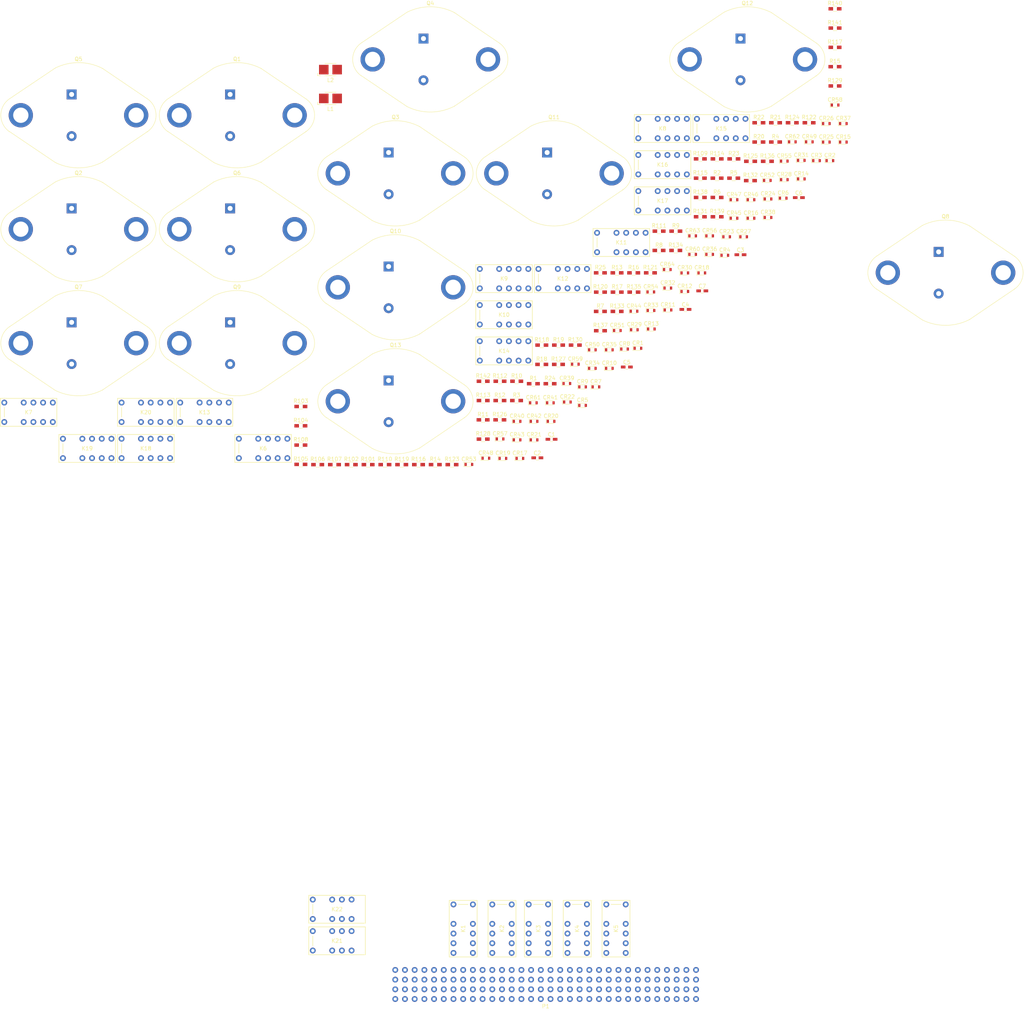
<source format=kicad_pcb>
(kicad_pcb (version 20170123) (host pcbnew "(2017-04-08 revision ec203ee)-multipart_export")
  (layers (0 F.Cu signal) (31 B.Cu signal) (34 B.Paste user) (35 F.Paste user) (36 B.SilkS user) (37 F.SilkS user) (38 B.Mask user) (39 F.Mask user) (44 Edge.Cuts user))
  (net 0 "")
  (net 1 GND)
  (net 2 "Net-(C1-Pad1)")
  (net 3 "Net-(C2-Pad1)")
  (net 4 "Net-(C3-Pad2)")
  (net 5 "Net-(C4-Pad2)")
  (net 6 "Net-(C5-Pad2)")
  (net 7 "Net-(C6-Pad2)")
  (net 8 "Net-(C7-Pad2)")
  (net 9 "Net-(CR1-Pad2)")
  (net 10 P71)
  (net 11 "Net-(CR2-Pad2)")
  (net 12 "Net-(CR3-Pad2)")
  (net 13 "Net-(CR4-Pad2)")
  (net 14 "Net-(CR5-Pad2)")
  (net 15 "Net-(CR6-Pad2)")
  (net 16 "Net-(CR7-Pad2)")
  (net 17 "Net-(CR8-Pad2)")
  (net 18 "Net-(CR9-Pad2)")
  (net 19 "Net-(CR10-Pad2)")
  (net 20 P66)
  (net 21 "Net-(CR11-Pad2)")
  (net 22 "Net-(CR12-Pad2)")
  (net 23 "Net-(CR13-Pad2)")
  (net 24 "Net-(CR14-Pad2)")
  (net 25 "Net-(CR15-Pad2)")
  (net 26 "Net-(CR16-Pad2)")
  (net 27 "Net-(CR17-Pad2)")
  (net 28 "Net-(CR18-Pad2)")
  (net 29 "Net-(CR19-Pad2)")
  (net 30 "Net-(CR20-Pad2)")
  (net 31 P67)
  (net 32 "Net-(CR21-Pad2)")
  (net 33 "Net-(CR22-Pad2)")
  (net 34 "Net-(CR23-Pad2)")
  (net 35 "Net-(CR24-Pad2)")
  (net 36 "Net-(CR25-Pad2)")
  (net 37 "Net-(CR26-Pad2)")
  (net 38 "Net-(CR27-Pad2)")
  (net 39 "Net-(CR28-Pad2)")
  (net 40 "Net-(CR29-Pad2)")
  (net 41 "Net-(CR30-Pad2)")
  (net 42 "Net-(CR31-Pad2)")
  (net 43 P47)
  (net 44 "Net-(CR32-Pad2)")
  (net 45 "Net-(CR33-Pad2)")
  (net 46 "Net-(CR34-Pad2)")
  (net 47 "Net-(CR35-Pad2)")
  (net 48 "Net-(CR36-Pad2)")
  (net 49 P69)
  (net 50 "Net-(CR37-Pad2)")
  (net 51 "Net-(CR38-Pad2)")
  (net 52 P88)
  (net 53 "Net-(CR39-Pad2)")
  (net 54 "Net-(CR40-Pad2)")
  (net 55 P7)
  (net 56 P26)
  (net 57 P4)
  (net 58 P114)
  (net 59 P107)
  (net 60 "Net-(CR44-Pad1)")
  (net 61 P113)
  (net 62 "Net-(CR46-Pad1)")
  (net 63 P106)
  (net 64 P102)
  (net 65 P104)
  (net 66 P101)
  (net 67 P103)
  (net 68 P110)
  (net 69 P111)
  (net 70 P108)
  (net 71 P97)
  (net 72 P98)
  (net 73 P99)
  (net 74 P100)
  (net 75 P94)
  (net 76 P121)
  (net 77 P123)
  (net 78 P116)
  (net 79 "Net-(CR59-Pad1)")
  (net 80 P109)
  (net 81 P118)
  (net 82 P117)
  (net 83 P124)
  (net 84 P122)
  (net 85 "Net-(K1-Pad1)")
  (net 86 "Net-(K1-Pad3)")
  (net 87 P16)
  (net 88 P22)
  (net 89 "Net-(K1-Pad4)")
  (net 90 "Net-(K1-Pad5)")
  (net 91 P32)
  (net 92 "Net-(K1-Pad6)")
  (net 93 "Net-(K2-Pad1)")
  (net 94 P39)
  (net 95 P41)
  (net 96 P30)
  (net 97 P55)
  (net 98 "Net-(K2-Pad6)")
  (net 99 "Net-(K3-Pad6)")
  (net 100 P56)
  (net 101 "Net-(K3-Pad4)")
  (net 102 "Net-(K3-Pad1)")
  (net 103 "Net-(K4-Pad6)")
  (net 104 "Net-(K4-Pad5)")
  (net 105 "Net-(K4-Pad4)")
  (net 106 "Net-(K4-Pad3)")
  (net 107 "Net-(K4-Pad1)")
  (net 108 "Net-(K5-Pad1)")
  (net 109 P83)
  (net 110 "Net-(K5-Pad6)")
  (net 111 "Net-(K6-Pad6)")
  (net 112 "Net-(K6-Pad5)")
  (net 113 "Net-(K6-Pad4)")
  (net 114 P24)
  (net 115 "Net-(K6-Pad3)")
  (net 116 "Net-(K6-Pad1)")
  (net 117 "Net-(K7-Pad1)")
  (net 118 P40)
  (net 119 P42)
  (net 120 P36)
  (net 121 P54)
  (net 122 "Net-(K7-Pad6)")
  (net 123 "Net-(K8-Pad6)")
  (net 124 P49)
  (net 125 "Net-(K10-Pad3)")
  (net 126 "Net-(K8-Pad1)")
  (net 127 "Net-(K9-Pad1)")
  (net 128 "Net-(K9-Pad3)")
  (net 129 "Net-(K9-Pad4)")
  (net 130 "Net-(K9-Pad5)")
  (net 131 "Net-(K9-Pad6)")
  (net 132 "Net-(K10-Pad6)")
  (net 133 P84)
  (net 134 "Net-(K10-Pad1)")
  (net 135 "Net-(K11-Pad1)")
  (net 136 "Net-(K11-Pad3)")
  (net 137 P13)
  (net 138 P17)
  (net 139 "Net-(K11-Pad4)")
  (net 140 "Net-(K11-Pad5)")
  (net 141 "Net-(K11-Pad6)")
  (net 142 "Net-(K12-Pad6)")
  (net 143 P53)
  (net 144 P29)
  (net 145 P43)
  (net 146 P34)
  (net 147 "Net-(K12-Pad1)")
  (net 148 "Net-(K13-Pad1)")
  (net 149 "Net-(K13-Pad4)")
  (net 150 P50)
  (net 151 "Net-(K13-Pad6)")
  (net 152 "Net-(K14-Pad6)")
  (net 153 "Net-(K14-Pad5)")
  (net 154 "Net-(K14-Pad4)")
  (net 155 "Net-(K14-Pad3)")
  (net 156 "Net-(K14-Pad1)")
  (net 157 "Net-(K15-Pad1)")
  (net 158 P78)
  (net 159 "Net-(K15-Pad6)")
  (net 160 "Net-(K16-Pad6)")
  (net 161 P27)
  (net 162 P15)
  (net 163 P21)
  (net 164 P18)
  (net 165 P9)
  (net 166 P20)
  (net 167 "Net-(K16-Pad1)")
  (net 168 "Net-(K17-Pad1)")
  (net 169 P31)
  (net 170 P38)
  (net 171 P37)
  (net 172 P25)
  (net 173 P57)
  (net 174 "Net-(K17-Pad6)")
  (net 175 "Net-(K18-Pad6)")
  (net 176 P46)
  (net 177 P58)
  (net 178 P60)
  (net 179 P64)
  (net 180 P45)
  (net 181 "Net-(K18-Pad1)")
  (net 182 "Net-(K19-Pad1)")
  (net 183 P63)
  (net 184 P70)
  (net 185 P76)
  (net 186 "Net-(K19-Pad6)")
  (net 187 "Net-(K20-Pad6)")
  (net 188 P74)
  (net 189 P82)
  (net 190 P79)
  (net 191 "Net-(K20-Pad1)")
  (net 192 P10)
  (net 193 P1)
  (net 194 P11)
  (net 195 P8)
  (net 196 P2)
  (net 197 P12)
  (net 198 "Net-(K21-Pad12)")
  (net 199 "Net-(K22-Pad12)")
  (net 200 P5)
  (net 201 "Net-(K22-Pad10)")
  (net 202 "Net-(K22-Pad9)")
  (net 203 P6)
  (net 204 P3)
  (net 205 "Net-(K22-Pad8)")
  (net 206 +28VDC)
  (net 207 P119)
  (net 208 P115)
  (net 209 P19)
  (net 210 P23)
  (net 211 P35)
  (net 212 P51)
  (net 213 P95)
  (net 214 P91)
  (net 215 P87)
  (net 216 P75)
  (net 217 P59)
  (net 218 "Net-(P1-PadNC3)")
  (net 219 P62)
  (net 220 "Net-(P1-PadNC2)")
  (net 221 P86)
  (net 222 P90)
  (net 223 P14)
  (net 224 P33)
  (net 225 "Net-(P1-Pad93)")
  (net 226 P89)
  (net 227 P85)
  (net 228 P81)
  (net 229 P77)
  (net 230 P73)
  (net 231 P65)
  (net 232 "Net-(P1-PadNC1)")
  (net 233 P61)
  (net 234 "Net-(P1-PadNC4)")
  (net 235 P72)
  (net 236 P80)
  (net 237 P92)
  (net 238 "Net-(P1-Pad96)")
  (net 239 P52)
  (net 240 P48)
  (net 241 P44)
  (net 242 P28)
  (net 243 P120)
  (net 244 "Net-(Q3-Pad2)")
  (net 245 "Net-(Q4-Pad1)")
  (net 246 "Net-(Q6-Pad1)")
  (net 247 "Net-(Q9-Pad2)")
  (net 248 "Net-(Q11-Pad2)")
  (module Capacitors_SMD:C_0603_HandSoldering (layer F.Cu) (at 169.806428 -12.5375)
    (fp_text reference C1 (at 0 -1.25) (layer F.SilkS))
    (fp_text value 4.7uF)
    (pad 2 smd rect (at 0.95 0) (size 1.2 0.75) (layers F.Cu F.Paste F.Mask) (net 1 GND))
    (pad 1 smd rect (at -0.95 0) (size 1.2 0.75) (layers F.Cu F.Paste F.Mask) (net 2 "Net-(C1-Pad1)"))
  )
  (module Capacitors_SMD:C_0603_HandSoldering (layer F.Cu) (at 166.096428 -7.6875)
    (fp_text reference C2 (at 0 -1.25) (layer F.SilkS))
    (fp_text value 4.7uF)
    (pad 1 smd rect (at -0.95 0) (size 1.2 0.75) (layers F.Cu F.Paste F.Mask) (net 3 "Net-(C2-Pad1)"))
    (pad 2 smd rect (at 0.95 0) (size 1.2 0.75) (layers F.Cu F.Paste F.Mask) (net 1 GND))
  )
  (module Capacitors_SMD:C_0603_HandSoldering (layer F.Cu) (at 219.266428 -60.8475)
    (fp_text reference C3 (at 0 -1.25) (layer F.SilkS))
    (fp_text value 0.1uF)
    (pad 2 smd rect (at 0.95 0) (size 1.2 0.75) (layers F.Cu F.Paste F.Mask) (net 4 "Net-(C3-Pad2)"))
    (pad 1 smd rect (at -0.95 0) (size 1.2 0.75) (layers F.Cu F.Paste F.Mask) (net 3 "Net-(C2-Pad1)"))
  )
  (module Capacitors_SMD:C_0603_HandSoldering (layer F.Cu) (at 204.866428 -46.5375)
    (fp_text reference C4 (at 0 -1.25) (layer F.SilkS))
    (fp_text value 0.1uF)
    (pad 1 smd rect (at -0.95 0) (size 1.2 0.75) (layers F.Cu F.Paste F.Mask) (net 3 "Net-(C2-Pad1)"))
    (pad 2 smd rect (at 0.95 0) (size 1.2 0.75) (layers F.Cu F.Paste F.Mask) (net 5 "Net-(C4-Pad2)"))
  )
  (module Capacitors_SMD:C_0603_HandSoldering (layer F.Cu) (at 189.516428 -31.4575)
    (fp_text reference C5 (at 0 -1.25) (layer F.SilkS))
    (fp_text value 0.1uF)
    (pad 2 smd rect (at 0.95 0) (size 1.2 0.75) (layers F.Cu F.Paste F.Mask) (net 6 "Net-(C5-Pad2)"))
    (pad 1 smd rect (at -0.95 0) (size 1.2 0.75) (layers F.Cu F.Paste F.Mask) (net 3 "Net-(C2-Pad1)"))
  )
  (module Capacitors_SMD:C_0603_HandSoldering (layer F.Cu) (at 234.546428 -75.7975)
    (fp_text reference C6 (at 0 -1.25) (layer F.SilkS))
    (fp_text value 0.1uF)
    (pad 2 smd rect (at 0.95 0) (size 1.2 0.75) (layers F.Cu F.Paste F.Mask) (net 7 "Net-(C6-Pad2)"))
    (pad 1 smd rect (at -0.95 0) (size 1.2 0.75) (layers F.Cu F.Paste F.Mask) (net 3 "Net-(C2-Pad1)"))
  )
  (module Capacitors_SMD:C_0603_HandSoldering (layer F.Cu) (at 209.266428 -51.3875)
    (fp_text reference C7 (at 0 -1.25) (layer F.SilkS))
    (fp_text value 0.1uF)
    (pad 1 smd rect (at -0.95 0) (size 1.2 0.75) (layers F.Cu F.Paste F.Mask) (net 3 "Net-(C2-Pad1)"))
    (pad 2 smd rect (at 0.95 0) (size 1.2 0.75) (layers F.Cu F.Paste F.Mask) (net 8 "Net-(C7-Pad2)"))
  )
  (module Diodes_SMD:D_0603 (layer F.Cu) (at 192.42119 -36.3575)
    (fp_text reference CR1 (at 0 -1.4) (layer F.SilkS))
    (fp_text value D)
    (pad 2 smd rect (at 0.85 0) (size 0.6 0.8) (layers F.Cu F.Paste F.Mask) (net 9 "Net-(CR1-Pad2)"))
    (pad 1 smd rect (at -0.85 0) (size 0.6 0.8) (layers F.Cu F.Paste F.Mask) (net 10 P71))
  )
  (module Diodes_SMD:D_0603 (layer F.Cu) (at 242.67119 -85.4775)
    (fp_text reference CR2 (at 0 -1.4) (layer F.SilkS))
    (fp_text value D)
    (pad 1 smd rect (at -0.85 0) (size 0.6 0.8) (layers F.Cu F.Paste F.Mask) (net 10 P71))
    (pad 2 smd rect (at 0.85 0) (size 0.6 0.8) (layers F.Cu F.Paste F.Mask) (net 11 "Net-(CR2-Pad2)"))
  )
  (module Diodes_SMD:D_0603 (layer F.Cu) (at 239.17119 -85.4775)
    (fp_text reference CR3 (at 0 -1.4) (layer F.SilkS))
    (fp_text value D)
    (pad 2 smd rect (at 0.85 0) (size 0.6 0.8) (layers F.Cu F.Paste F.Mask) (net 12 "Net-(CR3-Pad2)"))
    (pad 1 smd rect (at -0.85 0) (size 0.6 0.8) (layers F.Cu F.Paste F.Mask) (net 10 P71))
  )
  (module Diodes_SMD:D_0603 (layer F.Cu) (at 215.17119 -60.6975)
    (fp_text reference CR4 (at 0 -1.4) (layer F.SilkS))
    (fp_text value D)
    (pad 1 smd rect (at -0.85 0) (size 0.6 0.8) (layers F.Cu F.Paste F.Mask) (net 10 P71))
    (pad 2 smd rect (at 0.85 0) (size 0.6 0.8) (layers F.Cu F.Paste F.Mask) (net 13 "Net-(CR4-Pad2)"))
  )
  (module Diodes_SMD:D_0603 (layer F.Cu) (at 177.93119 -21.4075)
    (fp_text reference CR5 (at 0 -1.4) (layer F.SilkS))
    (fp_text value D)
    (pad 2 smd rect (at 0.85 0) (size 0.6 0.8) (layers F.Cu F.Paste F.Mask) (net 14 "Net-(CR5-Pad2)"))
    (pad 1 smd rect (at -0.85 0) (size 0.6 0.8) (layers F.Cu F.Paste F.Mask) (net 10 P71))
  )
  (module Diodes_SMD:D_0603 (layer F.Cu) (at 230.45119 -75.6475)
    (fp_text reference CR6 (at 0 -1.4) (layer F.SilkS))
    (fp_text value D)
    (pad 1 smd rect (at -0.85 0) (size 0.6 0.8) (layers F.Cu F.Paste F.Mask) (net 10 P71))
    (pad 2 smd rect (at 0.85 0) (size 0.6 0.8) (layers F.Cu F.Paste F.Mask) (net 15 "Net-(CR6-Pad2)"))
  )
  (module Diodes_SMD:D_0603 (layer F.Cu) (at 181.43119 -26.2575)
    (fp_text reference CR7 (at 0 -1.4) (layer F.SilkS))
    (fp_text value D)
    (pad 1 smd rect (at -0.85 0) (size 0.6 0.8) (layers F.Cu F.Paste F.Mask) (net 10 P71))
    (pad 2 smd rect (at 0.85 0) (size 0.6 0.8) (layers F.Cu F.Paste F.Mask) (net 16 "Net-(CR7-Pad2)"))
  )
  (module Diodes_SMD:D_0603 (layer F.Cu) (at 188.92119 -36.1575)
    (fp_text reference CR8 (at 0 -1.4) (layer F.SilkS))
    (fp_text value D)
    (pad 2 smd rect (at 0.85 0) (size 0.6 0.8) (layers F.Cu F.Paste F.Mask) (net 17 "Net-(CR8-Pad2)"))
    (pad 1 smd rect (at -0.85 0) (size 0.6 0.8) (layers F.Cu F.Paste F.Mask) (net 10 P71))
  )
  (module Diodes_SMD:D_0603 (layer F.Cu) (at 177.93119 -26.2575)
    (fp_text reference CR9 (at 0 -1.4) (layer F.SilkS))
    (fp_text value D)
    (pad 1 smd rect (at -0.85 0) (size 0.6 0.8) (layers F.Cu F.Paste F.Mask) (net 10 P71))
    (pad 2 smd rect (at 0.85 0) (size 0.6 0.8) (layers F.Cu F.Paste F.Mask) (net 18 "Net-(CR9-Pad2)"))
  )
  (module Diodes_SMD:D_0603 (layer F.Cu) (at 184.947381 -31.1075)
    (fp_text reference CR10 (at 0 -1.4) (layer F.SilkS))
    (fp_text value D)
    (pad 2 smd rect (at 0.85 0) (size 0.6 0.8) (layers F.Cu F.Paste F.Mask) (net 19 "Net-(CR10-Pad2)"))
    (pad 1 smd rect (at -0.85 0) (size 0.6 0.8) (layers F.Cu F.Paste F.Mask) (net 10 P71))
  )
  (module Diodes_SMD:D_0603 (layer F.Cu) (at 200.297381 -46.3875)
    (fp_text reference CR11 (at 0 -1.4) (layer F.SilkS))
    (fp_text value D)
    (pad 1 smd rect (at -0.85 0) (size 0.6 0.8) (layers F.Cu F.Paste F.Mask) (net 20 P66))
    (pad 2 smd rect (at 0.85 0) (size 0.6 0.8) (layers F.Cu F.Paste F.Mask) (net 21 "Net-(CR11-Pad2)"))
  )
  (module Diodes_SMD:D_0603 (layer F.Cu) (at 204.697381 -51.2375)
    (fp_text reference CR12 (at 0 -1.4) (layer F.SilkS))
    (fp_text value D)
    (pad 2 smd rect (at 0.85 0) (size 0.6 0.8) (layers F.Cu F.Paste F.Mask) (net 22 "Net-(CR12-Pad2)"))
    (pad 1 smd rect (at -0.85 0) (size 0.6 0.8) (layers F.Cu F.Paste F.Mask) (net 20 P66))
  )
  (module Diodes_SMD:D_0603 (layer F.Cu) (at 195.937381 -41.4075)
    (fp_text reference CR13 (at 0 -1.4) (layer F.SilkS))
    (fp_text value D)
    (pad 2 smd rect (at 0.85 0) (size 0.6 0.8) (layers F.Cu F.Paste F.Mask) (net 23 "Net-(CR13-Pad2)"))
    (pad 1 smd rect (at -0.85 0) (size 0.6 0.8) (layers F.Cu F.Paste F.Mask) (net 20 P66))
  )
  (module Diodes_SMD:D_0603 (layer F.Cu) (at 235.197381 -80.6975)
    (fp_text reference CR14 (at 0 -1.4) (layer F.SilkS))
    (fp_text value D)
    (pad 1 smd rect (at -0.85 0) (size 0.6 0.8) (layers F.Cu F.Paste F.Mask) (net 20 P66))
    (pad 2 smd rect (at 0.85 0) (size 0.6 0.8) (layers F.Cu F.Paste F.Mask) (net 24 "Net-(CR14-Pad2)"))
  )
  (module Diodes_SMD:D_0603 (layer F.Cu) (at 246.197381 -90.3275)
    (fp_text reference CR15 (at 0 -1.4) (layer F.SilkS))
    (fp_text value D)
    (pad 1 smd rect (at -0.85 0) (size 0.6 0.8) (layers F.Cu F.Paste F.Mask) (net 20 P66))
    (pad 2 smd rect (at 0.85 0) (size 0.6 0.8) (layers F.Cu F.Paste F.Mask) (net 25 "Net-(CR15-Pad2)"))
  )
  (module Diodes_SMD:D_0603 (layer F.Cu) (at 222.027381 -70.3975)
    (fp_text reference CR16 (at 0 -1.4) (layer F.SilkS))
    (fp_text value D)
    (pad 2 smd rect (at 0.85 0) (size 0.6 0.8) (layers F.Cu F.Paste F.Mask) (net 26 "Net-(CR16-Pad2)"))
    (pad 1 smd rect (at -0.85 0) (size 0.6 0.8) (layers F.Cu F.Paste F.Mask) (net 20 P66))
  )
  (module Diodes_SMD:D_0603 (layer F.Cu) (at 161.527381 -7.5375)
    (fp_text reference CR17 (at 0 -1.4) (layer F.SilkS))
    (fp_text value D)
    (pad 1 smd rect (at -0.85 0) (size 0.6 0.8) (layers F.Cu F.Paste F.Mask) (net 20 P66))
    (pad 2 smd rect (at 0.85 0) (size 0.6 0.8) (layers F.Cu F.Paste F.Mask) (net 27 "Net-(CR17-Pad2)"))
  )
  (module Diodes_SMD:D_0603 (layer F.Cu) (at 209.147381 -56.0875)
    (fp_text reference CR18 (at 0 -1.4) (layer F.SilkS))
    (fp_text value D)
    (pad 1 smd rect (at -0.85 0) (size 0.6 0.8) (layers F.Cu F.Paste F.Mask) (net 20 P66))
    (pad 2 smd rect (at 0.85 0) (size 0.6 0.8) (layers F.Cu F.Paste F.Mask) (net 28 "Net-(CR18-Pad2)"))
  )
  (module Diodes_SMD:D_0603 (layer F.Cu) (at 157.077381 -7.5375)
    (fp_text reference CR19 (at 0 -1.4) (layer F.SilkS))
    (fp_text value D)
    (pad 2 smd rect (at 0.85 0) (size 0.6 0.8) (layers F.Cu F.Paste F.Mask) (net 29 "Net-(CR19-Pad2)"))
    (pad 1 smd rect (at -0.85 0) (size 0.6 0.8) (layers F.Cu F.Paste F.Mask) (net 20 P66))
  )
  (module Diodes_SMD:D_0603 (layer F.Cu) (at 169.687381 -17.2375)
    (fp_text reference CR20 (at 0 -1.4) (layer F.SilkS))
    (fp_text value D)
    (pad 1 smd rect (at -0.85 0) (size 0.6 0.8) (layers F.Cu F.Paste F.Mask) (net 20 P66))
    (pad 2 smd rect (at 0.85 0) (size 0.6 0.8) (layers F.Cu F.Paste F.Mask) (net 30 "Net-(CR20-Pad2)"))
  )
  (module Diodes_SMD:D_0603 (layer F.Cu) (at 165.237381 -12.3875)
    (fp_text reference CR21 (at 0 -1.4) (layer F.SilkS))
    (fp_text value D)
    (pad 1 smd rect (at -0.85 0) (size 0.6 0.8) (layers F.Cu F.Paste F.Mask) (net 31 P67))
    (pad 2 smd rect (at 0.85 0) (size 0.6 0.8) (layers F.Cu F.Paste F.Mask) (net 32 "Net-(CR21-Pad2)"))
  )
  (module Diodes_SMD:D_0603 (layer F.Cu) (at 173.957381 -22.2875)
    (fp_text reference CR22 (at 0 -1.4) (layer F.SilkS))
    (fp_text value D)
    (pad 2 smd rect (at 0.85 0) (size 0.6 0.8) (layers F.Cu F.Paste F.Mask) (net 33 "Net-(CR22-Pad2)"))
    (pad 1 smd rect (at -0.85 0) (size 0.6 0.8) (layers F.Cu F.Paste F.Mask) (net 31 P67))
  )
  (module Diodes_SMD:D_0603 (layer F.Cu) (at 215.647381 -65.5475)
    (fp_text reference CR23 (at 0 -1.4) (layer F.SilkS))
    (fp_text value D)
    (pad 2 smd rect (at 0.85 0) (size 0.6 0.8) (layers F.Cu F.Paste F.Mask) (net 34 "Net-(CR23-Pad2)"))
    (pad 1 smd rect (at -0.85 0) (size 0.6 0.8) (layers F.Cu F.Paste F.Mask) (net 31 P67))
  )
  (module Diodes_SMD:D_0603 (layer F.Cu) (at 226.477381 -75.4475)
    (fp_text reference CR24 (at 0 -1.4) (layer F.SilkS))
    (fp_text value D)
    (pad 1 smd rect (at -0.85 0) (size 0.6 0.8) (layers F.Cu F.Paste F.Mask) (net 31 P67))
    (pad 2 smd rect (at 0.85 0) (size 0.6 0.8) (layers F.Cu F.Paste F.Mask) (net 35 "Net-(CR24-Pad2)"))
  )
  (module Diodes_SMD:D_0603 (layer F.Cu) (at 241.747381 -90.3275)
    (fp_text reference CR25 (at 0 -1.4) (layer F.SilkS))
    (fp_text value D)
    (pad 1 smd rect (at -0.85 0) (size 0.6 0.8) (layers F.Cu F.Paste F.Mask) (net 31 P67))
    (pad 2 smd rect (at 0.85 0) (size 0.6 0.8) (layers F.Cu F.Paste F.Mask) (net 36 "Net-(CR25-Pad2)"))
  )
  (module Diodes_SMD:D_0603 (layer F.Cu) (at 241.747381 -95.1775)
    (fp_text reference CR26 (at 0 -1.4) (layer F.SilkS))
    (fp_text value D)
    (pad 2 smd rect (at 0.85 0) (size 0.6 0.8) (layers F.Cu F.Paste F.Mask) (net 37 "Net-(CR26-Pad2)"))
    (pad 1 smd rect (at -0.85 0) (size 0.6 0.8) (layers F.Cu F.Paste F.Mask) (net 31 P67))
  )
  (module Diodes_SMD:D_0603 (layer F.Cu) (at 220.097381 -65.5475)
    (fp_text reference CR27 (at 0 -1.4) (layer F.SilkS))
    (fp_text value D)
    (pad 2 smd rect (at 0.85 0) (size 0.6 0.8) (layers F.Cu F.Paste F.Mask) (net 38 "Net-(CR27-Pad2)"))
    (pad 1 smd rect (at -0.85 0) (size 0.6 0.8) (layers F.Cu F.Paste F.Mask) (net 31 P67))
  )
  (module Diodes_SMD:D_0603 (layer F.Cu) (at 230.747381 -80.4975)
    (fp_text reference CR28 (at 0 -1.4) (layer F.SilkS))
    (fp_text value D)
    (pad 1 smd rect (at -0.85 0) (size 0.6 0.8) (layers F.Cu F.Paste F.Mask) (net 31 P67))
    (pad 2 smd rect (at 0.85 0) (size 0.6 0.8) (layers F.Cu F.Paste F.Mask) (net 39 "Net-(CR28-Pad2)"))
  )
  (module Diodes_SMD:D_0603 (layer F.Cu) (at 191.487381 -41.2075)
    (fp_text reference CR29 (at 0 -1.4) (layer F.SilkS))
    (fp_text value D)
    (pad 2 smd rect (at 0.85 0) (size 0.6 0.8) (layers F.Cu F.Paste F.Mask) (net 40 "Net-(CR29-Pad2)"))
    (pad 1 smd rect (at -0.85 0) (size 0.6 0.8) (layers F.Cu F.Paste F.Mask) (net 31 P67))
  )
  (module Diodes_SMD:D_0603 (layer F.Cu) (at 204.697381 -56.0875)
    (fp_text reference CR30 (at 0 -1.4) (layer F.SilkS))
    (fp_text value D)
    (pad 2 smd rect (at 0.85 0) (size 0.6 0.8) (layers F.Cu F.Paste F.Mask) (net 41 "Net-(CR30-Pad2)"))
    (pad 1 smd rect (at -0.85 0) (size 0.6 0.8) (layers F.Cu F.Paste F.Mask) (net 31 P67))
  )
  (module Diodes_SMD:D_0603 (layer F.Cu) (at 235.187381 -85.5475)
    (fp_text reference CR31 (at 0 -1.4) (layer F.SilkS))
    (fp_text value D)
    (pad 2 smd rect (at 0.85 0) (size 0.6 0.8) (layers F.Cu F.Paste F.Mask) (net 42 "Net-(CR31-Pad2)"))
    (pad 1 smd rect (at -0.85 0) (size 0.6 0.8) (layers F.Cu F.Paste F.Mask) (net 43 P47))
  )
  (module Diodes_SMD:D_0603 (layer F.Cu) (at 200.247381 -52.1175)
    (fp_text reference CR32 (at 0 -1.4) (layer F.SilkS))
    (fp_text value D)
    (pad 1 smd rect (at -0.85 0) (size 0.6 0.8) (layers F.Cu F.Paste F.Mask) (net 43 P47))
    (pad 2 smd rect (at 0.85 0) (size 0.6 0.8) (layers F.Cu F.Paste F.Mask) (net 44 "Net-(CR32-Pad2)"))
  )
  (module Diodes_SMD:D_0603 (layer F.Cu) (at 195.847381 -46.2575)
    (fp_text reference CR33 (at 0 -1.4) (layer F.SilkS))
    (fp_text value D)
    (pad 2 smd rect (at 0.85 0) (size 0.6 0.8) (layers F.Cu F.Paste F.Mask) (net 45 "Net-(CR33-Pad2)"))
    (pad 1 smd rect (at -0.85 0) (size 0.6 0.8) (layers F.Cu F.Paste F.Mask) (net 43 P47))
  )
  (module Diodes_SMD:D_0603 (layer F.Cu) (at 180.497381 -31.1075)
    (fp_text reference CR34 (at 0 -1.4) (layer F.SilkS))
    (fp_text value D)
    (pad 1 smd rect (at -0.85 0) (size 0.6 0.8) (layers F.Cu F.Paste F.Mask) (net 43 P47))
    (pad 2 smd rect (at 0.85 0) (size 0.6 0.8) (layers F.Cu F.Paste F.Mask) (net 46 "Net-(CR34-Pad2)"))
  )
  (module Diodes_SMD:D_0603 (layer F.Cu) (at 184.947381 -35.9575)
    (fp_text reference CR35 (at 0 -1.4) (layer F.SilkS))
    (fp_text value D)
    (pad 1 smd rect (at -0.85 0) (size 0.6 0.8) (layers F.Cu F.Paste F.Mask) (net 43 P47))
    (pad 2 smd rect (at 0.85 0) (size 0.6 0.8) (layers F.Cu F.Paste F.Mask) (net 47 "Net-(CR35-Pad2)"))
  )
  (module Diodes_SMD:D_0603 (layer F.Cu) (at 211.197381 -60.9375)
    (fp_text reference CR36 (at 0 -1.4) (layer F.SilkS))
    (fp_text value D)
    (pad 2 smd rect (at 0.85 0) (size 0.6 0.8) (layers F.Cu F.Paste F.Mask) (net 48 "Net-(CR36-Pad2)"))
    (pad 1 smd rect (at -0.85 0) (size 0.6 0.8) (layers F.Cu F.Paste F.Mask) (net 43 P47))
  )
  (module Diodes_SMD:D_0603 (layer F.Cu) (at 246.197381 -95.1775)
    (fp_text reference CR37 (at 0 -1.4) (layer F.SilkS))
    (fp_text value D)
    (pad 1 smd rect (at -0.85 0) (size 0.6 0.8) (layers F.Cu F.Paste F.Mask) (net 49 P69))
    (pad 2 smd rect (at 0.85 0) (size 0.6 0.8) (layers F.Cu F.Paste F.Mask) (net 50 "Net-(CR37-Pad2)"))
  )
  (module Diodes_SMD:D_0603 (layer F.Cu) (at 226.477381 -70.5975)
    (fp_text reference CR38 (at 0 -1.4) (layer F.SilkS))
    (fp_text value D)
    (pad 2 smd rect (at 0.85 0) (size 0.6 0.8) (layers F.Cu F.Paste F.Mask) (net 51 "Net-(CR38-Pad2)"))
    (pad 1 smd rect (at -0.85 0) (size 0.6 0.8) (layers F.Cu F.Paste F.Mask) (net 49 P69))
  )
  (module Diodes_SMD:D_0603 (layer F.Cu) (at 173.817381 -27.1375)
    (fp_text reference CR39 (at 0 -1.4) (layer F.SilkS))
    (fp_text value D)
    (pad 1 smd rect (at -0.85 0) (size 0.6 0.8) (layers F.Cu F.Paste F.Mask) (net 52 P88))
    (pad 2 smd rect (at 0.85 0) (size 0.6 0.8) (layers F.Cu F.Paste F.Mask) (net 53 "Net-(CR39-Pad2)"))
  )
  (module Diodes_SMD:D_0603 (layer F.Cu) (at 160.787381 -17.2375)
    (fp_text reference CR40 (at 0 -1.4) (layer F.SilkS))
    (fp_text value D)
    (pad 2 smd rect (at 0.85 0) (size 0.6 0.8) (layers F.Cu F.Paste F.Mask) (net 54 "Net-(CR40-Pad2)"))
    (pad 1 smd rect (at -0.85 0) (size 0.6 0.8) (layers F.Cu F.Paste F.Mask) (net 52 P88))
  )
  (module Diodes_SMD:D_0603 (layer F.Cu) (at 169.507381 -22.0875)
    (fp_text reference CR41 (at 0 -1.4) (layer F.SilkS))
    (fp_text value D)
    (pad 1 smd rect (at -0.85 0) (size 0.6 0.8) (layers F.Cu F.Paste F.Mask) (net 55 P7))
    (pad 2 smd rect (at 0.85 0) (size 0.6 0.8) (layers F.Cu F.Paste F.Mask) (net 56 P26))
  )
  (module Diodes_SMD:D_0603 (layer F.Cu) (at 165.237381 -17.2375)
    (fp_text reference CR42 (at 0 -1.4) (layer F.SilkS))
    (fp_text value D)
    (pad 2 smd rect (at 0.85 0) (size 0.6 0.8) (layers F.Cu F.Paste F.Mask) (net 56 P26))
    (pad 1 smd rect (at -0.85 0) (size 0.6 0.8) (layers F.Cu F.Paste F.Mask) (net 57 P4))
  )
  (module Diodes_SMD:D_0603 (layer F.Cu) (at 160.787381 -12.3875)
    (fp_text reference CR43 (at 0 -1.4) (layer F.SilkS))
    (fp_text value D)
    (pad 1 smd rect (at -0.85 0) (size 0.6 0.8) (layers F.Cu F.Paste F.Mask) (net 3 "Net-(C2-Pad1)"))
    (pad 2 smd rect (at 0.85 0) (size 0.6 0.8) (layers F.Cu F.Paste F.Mask) (net 58 P114))
  )
  (module Diodes_SMD:D_0603 (layer F.Cu) (at 191.397381 -46.0575)
    (fp_text reference CR44 (at 0 -1.4) (layer F.SilkS))
    (fp_text value D)
    (pad 2 smd rect (at 0.85 0) (size 0.6 0.8) (layers F.Cu F.Paste F.Mask) (net 59 P107))
    (pad 1 smd rect (at -0.85 0) (size 0.6 0.8) (layers F.Cu F.Paste F.Mask) (net 60 "Net-(CR44-Pad1)"))
  )
  (module Diodes_SMD:D_0603 (layer F.Cu) (at 217.577381 -70.3975)
    (fp_text reference CR45 (at 0 -1.4) (layer F.SilkS))
    (fp_text value D)
    (pad 2 smd rect (at 0.85 0) (size 0.6 0.8) (layers F.Cu F.Paste F.Mask) (net 61 P113))
    (pad 1 smd rect (at -0.85 0) (size 0.6 0.8) (layers F.Cu F.Paste F.Mask) (net 3 "Net-(C2-Pad1)"))
  )
  (module Diodes_SMD:D_0603 (layer F.Cu) (at 222.027381 -75.2475)
    (fp_text reference CR46 (at 0 -1.4) (layer F.SilkS))
    (fp_text value D)
    (pad 1 smd rect (at -0.85 0) (size 0.6 0.8) (layers F.Cu F.Paste F.Mask) (net 62 "Net-(CR46-Pad1)"))
    (pad 2 smd rect (at 0.85 0) (size 0.6 0.8) (layers F.Cu F.Paste F.Mask) (net 63 P106))
  )
  (module Diodes_SMD:D_0603 (layer F.Cu) (at 217.577381 -75.2475)
    (fp_text reference CR47 (at 0 -1.4) (layer F.SilkS))
    (fp_text value D)
    (pad 2 smd rect (at 0.85 0) (size 0.6 0.8) (layers F.Cu F.Paste F.Mask) (net 1 GND))
    (pad 1 smd rect (at -0.85 0) (size 0.6 0.8) (layers F.Cu F.Paste F.Mask) (net 64 P102))
  )
  (module Diodes_SMD:D_0603 (layer F.Cu) (at 152.627381 -7.5775)
    (fp_text reference CR48 (at 0 -1.4) (layer F.SilkS))
    (fp_text value D)
    (pad 1 smd rect (at -0.85 0) (size 0.6 0.8) (layers F.Cu F.Paste F.Mask) (net 65 P104))
    (pad 2 smd rect (at 0.85 0) (size 0.6 0.8) (layers F.Cu F.Paste F.Mask) (net 1 GND))
  )
  (module Diodes_SMD:D_0603 (layer F.Cu) (at 237.297381 -90.3975)
    (fp_text reference CR49 (at 0 -1.4) (layer F.SilkS))
    (fp_text value D)
    (pad 2 smd rect (at 0.85 0) (size 0.6 0.8) (layers F.Cu F.Paste F.Mask) (net 1 GND))
    (pad 1 smd rect (at -0.85 0) (size 0.6 0.8) (layers F.Cu F.Paste F.Mask) (net 66 P101))
  )
  (module Diodes_SMD:D_0603 (layer F.Cu) (at 180.497381 -35.9575)
    (fp_text reference CR50 (at 0 -1.4) (layer F.SilkS))
    (fp_text value D)
    (pad 2 smd rect (at 0.85 0) (size 0.6 0.8) (layers F.Cu F.Paste F.Mask) (net 1 GND))
    (pad 1 smd rect (at -0.85 0) (size 0.6 0.8) (layers F.Cu F.Paste F.Mask) (net 67 P103))
  )
  (module Diodes_SMD:D_0603 (layer F.Cu) (at 187.037381 -41.0075)
    (fp_text reference CR51 (at 0 -1.4) (layer F.SilkS))
    (fp_text value D)
    (pad 2 smd rect (at 0.85 0) (size 0.6 0.8) (layers F.Cu F.Paste F.Mask) (net 68 P110))
    (pad 1 smd rect (at -0.85 0) (size 0.6 0.8) (layers F.Cu F.Paste F.Mask) (net 69 P111))
  )
  (module Diodes_SMD:D_0603 (layer F.Cu) (at 226.297381 -80.2975)
    (fp_text reference CR52 (at 0 -1.4) (layer F.SilkS))
    (fp_text value D)
    (pad 1 smd rect (at -0.85 0) (size 0.6 0.8) (layers F.Cu F.Paste F.Mask) (net 69 P111))
    (pad 2 smd rect (at 0.85 0) (size 0.6 0.8) (layers F.Cu F.Paste F.Mask) (net 70 P108))
  )
  (module Diodes_SMD:D_0603 (layer F.Cu) (at 148.177381 -5.9575)
    (fp_text reference CR53 (at 0 -1.4) (layer F.SilkS))
    (fp_text value D)
    (pad 1 smd rect (at -0.85 0) (size 0.6 0.8) (layers F.Cu F.Paste F.Mask) (net 69 P111))
    (pad 2 smd rect (at 0.85 0) (size 0.6 0.8) (layers F.Cu F.Paste F.Mask) (net 71 P97))
  )
  (module Diodes_SMD:D_0603 (layer F.Cu) (at 195.797381 -51.1075)
    (fp_text reference CR54 (at 0 -1.4) (layer F.SilkS))
    (fp_text value D)
    (pad 2 smd rect (at 0.85 0) (size 0.6 0.8) (layers F.Cu F.Paste F.Mask) (net 72 P98))
    (pad 1 smd rect (at -0.85 0) (size 0.6 0.8) (layers F.Cu F.Paste F.Mask) (net 69 P111))
  )
  (module Diodes_SMD:D_0603 (layer F.Cu) (at 230.737381 -85.3475)
    (fp_text reference CR55 (at 0 -1.4) (layer F.SilkS))
    (fp_text value D)
    (pad 2 smd rect (at 0.85 0) (size 0.6 0.8) (layers F.Cu F.Paste F.Mask) (net 73 P99))
    (pad 1 smd rect (at -0.85 0) (size 0.6 0.8) (layers F.Cu F.Paste F.Mask) (net 69 P111))
  )
  (module Diodes_SMD:D_0603 (layer F.Cu) (at 211.197381 -65.7875)
    (fp_text reference CR56 (at 0 -1.4) (layer F.SilkS))
    (fp_text value D)
    (pad 1 smd rect (at -0.85 0) (size 0.6 0.8) (layers F.Cu F.Paste F.Mask) (net 69 P111))
    (pad 2 smd rect (at 0.85 0) (size 0.6 0.8) (layers F.Cu F.Paste F.Mask) (net 74 P100))
  )
  (module Diodes_SMD:D_0603 (layer F.Cu) (at 156.337381 -12.6275)
    (fp_text reference CR57 (at 0 -1.4) (layer F.SilkS))
    (fp_text value D)
    (pad 1 smd rect (at -0.85 0) (size 0.6 0.8) (layers F.Cu F.Paste F.Mask) (net 69 P111))
    (pad 2 smd rect (at 0.85 0) (size 0.6 0.8) (layers F.Cu F.Paste F.Mask) (net 75 P94))
  )
  (module Diodes_SMD:D_0603 (layer F.Cu) (at 244.037381 -100.0275)
    (fp_text reference CR58 (at 0 -1.4) (layer F.SilkS))
    (fp_text value D)
    (pad 1 smd rect (at -0.85 0) (size 0.6 0.8) (layers F.Cu F.Paste F.Mask) (net 76 P121))
    (pad 2 smd rect (at 0.85 0) (size 0.6 0.8) (layers F.Cu F.Paste F.Mask) (net 77 P123))
  )
  (module Diodes_SMD:D_0603 (layer F.Cu) (at 176.047381 -32.1875)
    (fp_text reference CR59 (at 0 -1.4) (layer F.SilkS))
    (fp_text value D)
    (pad 2 smd rect (at 0.85 0) (size 0.6 0.8) (layers F.Cu F.Paste F.Mask) (net 78 P116))
    (pad 1 smd rect (at -0.85 0) (size 0.6 0.8) (layers F.Cu F.Paste F.Mask) (net 79 "Net-(CR59-Pad1)"))
  )
  (module Diodes_SMD:D_0603 (layer F.Cu) (at 206.747381 -60.9375)
    (fp_text reference CR60 (at 0 -1.4) (layer F.SilkS))
    (fp_text value D)
    (pad 1 smd rect (at -0.85 0) (size 0.6 0.8) (layers F.Cu F.Paste F.Mask) (net 79 "Net-(CR59-Pad1)"))
    (pad 2 smd rect (at 0.85 0) (size 0.6 0.8) (layers F.Cu F.Paste F.Mask) (net 80 P109))
  )
  (module Diodes_SMD:D_0603 (layer F.Cu) (at 165.057381 -22.0875)
    (fp_text reference CR61 (at 0 -1.4) (layer F.SilkS))
    (fp_text value D)
    (pad 1 smd rect (at -0.85 0) (size 0.6 0.8) (layers F.Cu F.Paste F.Mask) (net 79 "Net-(CR59-Pad1)"))
    (pad 2 smd rect (at 0.85 0) (size 0.6 0.8) (layers F.Cu F.Paste F.Mask) (net 81 P118))
  )
  (module Diodes_SMD:D_0603 (layer F.Cu) (at 232.847381 -90.3975)
    (fp_text reference CR62 (at 0 -1.4) (layer F.SilkS))
    (fp_text value D)
    (pad 2 smd rect (at 0.85 0) (size 0.6 0.8) (layers F.Cu F.Paste F.Mask) (net 82 P117))
    (pad 1 smd rect (at -0.85 0) (size 0.6 0.8) (layers F.Cu F.Paste F.Mask) (net 79 "Net-(CR59-Pad1)"))
  )
  (module Diodes_SMD:D_0603 (layer F.Cu) (at 206.747381 -65.7875)
    (fp_text reference CR63 (at 0 -1.4) (layer F.SilkS))
    (fp_text value D)
    (pad 1 smd rect (at -0.85 0) (size 0.6 0.8) (layers F.Cu F.Paste F.Mask) (net 79 "Net-(CR59-Pad1)"))
    (pad 2 smd rect (at 0.85 0) (size 0.6 0.8) (layers F.Cu F.Paste F.Mask) (net 83 P124))
  )
  (module Diodes_SMD:D_0603 (layer F.Cu) (at 200.117381 -56.9675)
    (fp_text reference CR64 (at 0 -1.4) (layer F.SilkS))
    (fp_text value D)
    (pad 2 smd rect (at 0.85 0) (size 0.6 0.8) (layers F.Cu F.Paste F.Mask) (net 84 P122))
    (pad 1 smd rect (at -0.85 0) (size 0.6 0.8) (layers F.Cu F.Paste F.Mask) (net 79 "Net-(CR59-Pad1)"))
  )
  (module agc_footprints:EC2-12TNU (layer F.Cu) (at 146.685 115.57 270)
    (fp_text reference K1 (at 0 0 270) (layer F.SilkS))
    (fp_text value EC2-12TNU)
    (pad 1 thru_hole circle (at -6.35 2.54 270) (size 1.524 1.524) (drill 0.8) (layers *.Cu *.Mask) (net 85 "Net-(K1-Pad1)"))
    (pad 12 thru_hole circle (at -6.35 -2.54 270) (size 1.524 1.524) (drill 0.8) (layers *.Cu *.Mask) (net 9 "Net-(CR1-Pad2)"))
    (pad 3 thru_hole circle (at -1.27 2.54 270) (size 1.524 1.524) (drill 0.8) (layers *.Cu *.Mask) (net 86 "Net-(K1-Pad3)"))
    (pad 10 thru_hole circle (at -1.27 -2.54 270) (size 1.524 1.524) (drill 0.8) (layers *.Cu *.Mask) (net 87 P16))
    (pad 9 thru_hole circle (at 1.27 -2.54 270) (size 1.524 1.524) (drill 0.8) (layers *.Cu *.Mask) (net 88 P22))
    (pad 4 thru_hole circle (at 1.27 2.54 270) (size 1.524 1.524) (drill 0.8) (layers *.Cu *.Mask) (net 89 "Net-(K1-Pad4)"))
    (pad 5 thru_hole circle (at 3.81 2.54 270) (size 1.524 1.524) (drill 0.8) (layers *.Cu *.Mask) (net 90 "Net-(K1-Pad5)"))
    (pad 8 thru_hole circle (at 3.81 -2.54 270) (size 1.524 1.524) (drill 0.8) (layers *.Cu *.Mask) (net 91 P32))
    (pad 6 thru_hole circle (at 6.35 2.54 270) (size 1.524 1.524) (drill 0.8) (layers *.Cu *.Mask) (net 92 "Net-(K1-Pad6)"))
    (pad 7 thru_hole circle (at 6.35 -2.54 270) (size 1.524 1.524) (drill 0.8) (layers *.Cu *.Mask) (net 11 "Net-(CR2-Pad2)"))
  )
  (module agc_footprints:EC2-12TNU (layer F.Cu) (at 156.845 115.57 270)
    (fp_text reference K2 (at 0 0 270) (layer F.SilkS))
    (fp_text value EC2-12TNU)
    (pad 1 thru_hole circle (at -6.35 2.54 270) (size 1.524 1.524) (drill 0.8) (layers *.Cu *.Mask) (net 93 "Net-(K2-Pad1)"))
    (pad 12 thru_hole circle (at -6.35 -2.54 270) (size 1.524 1.524) (drill 0.8) (layers *.Cu *.Mask) (net 12 "Net-(CR3-Pad2)"))
    (pad 3 thru_hole circle (at -1.27 2.54 270) (size 1.524 1.524) (drill 0.8) (layers *.Cu *.Mask) (net 91 P32))
    (pad 10 thru_hole circle (at -1.27 -2.54 270) (size 1.524 1.524) (drill 0.8) (layers *.Cu *.Mask) (net 87 P16))
    (pad 9 thru_hole circle (at 1.27 -2.54 270) (size 1.524 1.524) (drill 0.8) (layers *.Cu *.Mask) (net 94 P39))
    (pad 4 thru_hole circle (at 1.27 2.54 270) (size 1.524 1.524) (drill 0.8) (layers *.Cu *.Mask) (net 95 P41))
    (pad 5 thru_hole circle (at 3.81 2.54 270) (size 1.524 1.524) (drill 0.8) (layers *.Cu *.Mask) (net 96 P30))
    (pad 8 thru_hole circle (at 3.81 -2.54 270) (size 1.524 1.524) (drill 0.8) (layers *.Cu *.Mask) (net 97 P55))
    (pad 6 thru_hole circle (at 6.35 2.54 270) (size 1.524 1.524) (drill 0.8) (layers *.Cu *.Mask) (net 98 "Net-(K2-Pad6)"))
    (pad 7 thru_hole circle (at 6.35 -2.54 270) (size 1.524 1.524) (drill 0.8) (layers *.Cu *.Mask) (net 13 "Net-(CR4-Pad2)"))
  )
  (module agc_footprints:EC2-12TNU (layer F.Cu) (at 166.37 115.57 270)
    (fp_text reference K3 (at 0 0 270) (layer F.SilkS))
    (fp_text value EC2-12TNU)
    (pad 7 thru_hole circle (at 6.35 -2.54 270) (size 1.524 1.524) (drill 0.8) (layers *.Cu *.Mask) (net 15 "Net-(CR6-Pad2)"))
    (pad 6 thru_hole circle (at 6.35 2.54 270) (size 1.524 1.524) (drill 0.8) (layers *.Cu *.Mask) (net 99 "Net-(K3-Pad6)"))
    (pad 8 thru_hole circle (at 3.81 -2.54 270) (size 1.524 1.524) (drill 0.8) (layers *.Cu *.Mask) (net 91 P32))
    (pad 5 thru_hole circle (at 3.81 2.54 270) (size 1.524 1.524) (drill 0.8) (layers *.Cu *.Mask) (net 100 P56))
    (pad 4 thru_hole circle (at 1.27 2.54 270) (size 1.524 1.524) (drill 0.8) (layers *.Cu *.Mask) (net 101 "Net-(K3-Pad4)"))
    (pad 9 thru_hole circle (at 1.27 -2.54 270) (size 1.524 1.524) (drill 0.8) (layers *.Cu *.Mask) (net 97 P55))
    (pad 10 thru_hole circle (at -1.27 -2.54 270) (size 1.524 1.524) (drill 0.8) (layers *.Cu *.Mask) (net 87 P16))
    (pad 3 thru_hole circle (at -1.27 2.54 270) (size 1.524 1.524) (drill 0.8) (layers *.Cu *.Mask) (net 87 P16))
    (pad 12 thru_hole circle (at -6.35 -2.54 270) (size 1.524 1.524) (drill 0.8) (layers *.Cu *.Mask) (net 14 "Net-(CR5-Pad2)"))
    (pad 1 thru_hole circle (at -6.35 2.54 270) (size 1.524 1.524) (drill 0.8) (layers *.Cu *.Mask) (net 102 "Net-(K3-Pad1)"))
  )
  (module agc_footprints:EC2-12TNU (layer F.Cu) (at 176.53 115.57 270)
    (fp_text reference K4 (at 0 0 270) (layer F.SilkS))
    (fp_text value EC2-12TNU)
    (pad 7 thru_hole circle (at 6.35 -2.54 270) (size 1.524 1.524) (drill 0.8) (layers *.Cu *.Mask) (net 17 "Net-(CR8-Pad2)"))
    (pad 6 thru_hole circle (at 6.35 2.54 270) (size 1.524 1.524) (drill 0.8) (layers *.Cu *.Mask) (net 103 "Net-(K4-Pad6)"))
    (pad 8 thru_hole circle (at 3.81 -2.54 270) (size 1.524 1.524) (drill 0.8) (layers *.Cu *.Mask) (net 91 P32))
    (pad 5 thru_hole circle (at 3.81 2.54 270) (size 1.524 1.524) (drill 0.8) (layers *.Cu *.Mask) (net 104 "Net-(K4-Pad5)"))
    (pad 4 thru_hole circle (at 1.27 2.54 270) (size 1.524 1.524) (drill 0.8) (layers *.Cu *.Mask) (net 105 "Net-(K4-Pad4)"))
    (pad 9 thru_hole circle (at 1.27 -2.54 270) (size 1.524 1.524) (drill 0.8) (layers *.Cu *.Mask) (net 100 P56))
    (pad 10 thru_hole circle (at -1.27 -2.54 270) (size 1.524 1.524) (drill 0.8) (layers *.Cu *.Mask) (net 87 P16))
    (pad 3 thru_hole circle (at -1.27 2.54 270) (size 1.524 1.524) (drill 0.8) (layers *.Cu *.Mask) (net 106 "Net-(K4-Pad3)"))
    (pad 12 thru_hole circle (at -6.35 -2.54 270) (size 1.524 1.524) (drill 0.8) (layers *.Cu *.Mask) (net 16 "Net-(CR7-Pad2)"))
    (pad 1 thru_hole circle (at -6.35 2.54 270) (size 1.524 1.524) (drill 0.8) (layers *.Cu *.Mask) (net 107 "Net-(K4-Pad1)"))
  )
  (module agc_footprints:EC2-12TNU (layer F.Cu) (at 186.69 115.57 270)
    (fp_text reference K5 (at 0 0 270) (layer F.SilkS))
    (fp_text value EC2-12TNU)
    (pad 1 thru_hole circle (at -6.35 2.54 270) (size 1.524 1.524) (drill 0.8) (layers *.Cu *.Mask) (net 108 "Net-(K5-Pad1)"))
    (pad 12 thru_hole circle (at -6.35 -2.54 270) (size 1.524 1.524) (drill 0.8) (layers *.Cu *.Mask) (net 18 "Net-(CR9-Pad2)"))
    (pad 3 thru_hole circle (at -1.27 2.54 270) (size 1.524 1.524) (drill 0.8) (layers *.Cu *.Mask) (net 101 "Net-(K3-Pad4)"))
    (pad 10 thru_hole circle (at -1.27 -2.54 270) (size 1.524 1.524) (drill 0.8) (layers *.Cu *.Mask) (net 87 P16))
    (pad 9 thru_hole circle (at 1.27 -2.54 270) (size 1.524 1.524) (drill 0.8) (layers *.Cu *.Mask) (net 96 P30))
    (pad 4 thru_hole circle (at 1.27 2.54 270) (size 1.524 1.524) (drill 0.8) (layers *.Cu *.Mask) (net 109 P83))
    (pad 5 thru_hole circle (at 3.81 2.54 270) (size 1.524 1.524) (drill 0.8) (layers *.Cu *.Mask) (net 91 P32))
    (pad 8 thru_hole circle (at 3.81 -2.54 270) (size 1.524 1.524) (drill 0.8) (layers *.Cu *.Mask) (net 91 P32))
    (pad 6 thru_hole circle (at 6.35 2.54 270) (size 1.524 1.524) (drill 0.8) (layers *.Cu *.Mask) (net 110 "Net-(K5-Pad6)"))
    (pad 7 thru_hole circle (at 6.35 -2.54 270) (size 1.524 1.524) (drill 0.8) (layers *.Cu *.Mask) (net 19 "Net-(CR10-Pad2)"))
  )
  (module agc_footprints:EC2-12TNU (layer F.Cu) (at 94.315001 -10.139999)
    (fp_text reference K6 (at 0 0) (layer F.SilkS))
    (fp_text value EC2-12TNU)
    (pad 7 thru_hole circle (at 6.35 -2.54) (size 1.524 1.524) (drill 0.8) (layers *.Cu *.Mask) (net 22 "Net-(CR12-Pad2)"))
    (pad 6 thru_hole circle (at 6.35 2.54) (size 1.524 1.524) (drill 0.8) (layers *.Cu *.Mask) (net 111 "Net-(K6-Pad6)"))
    (pad 8 thru_hole circle (at 3.81 -2.54) (size 1.524 1.524) (drill 0.8) (layers *.Cu *.Mask) (net 91 P32))
    (pad 5 thru_hole circle (at 3.81 2.54) (size 1.524 1.524) (drill 0.8) (layers *.Cu *.Mask) (net 112 "Net-(K6-Pad5)"))
    (pad 4 thru_hole circle (at 1.27 2.54) (size 1.524 1.524) (drill 0.8) (layers *.Cu *.Mask) (net 113 "Net-(K6-Pad4)"))
    (pad 9 thru_hole circle (at 1.27 -2.54) (size 1.524 1.524) (drill 0.8) (layers *.Cu *.Mask) (net 114 P24))
    (pad 10 thru_hole circle (at -1.27 -2.54) (size 1.524 1.524) (drill 0.8) (layers *.Cu *.Mask) (net 87 P16))
    (pad 3 thru_hole circle (at -1.27 2.54) (size 1.524 1.524) (drill 0.8) (layers *.Cu *.Mask) (net 115 "Net-(K6-Pad3)"))
    (pad 12 thru_hole circle (at -6.35 -2.54) (size 1.524 1.524) (drill 0.8) (layers *.Cu *.Mask) (net 21 "Net-(CR11-Pad2)"))
    (pad 1 thru_hole circle (at -6.35 2.54) (size 1.524 1.524) (drill 0.8) (layers *.Cu *.Mask) (net 116 "Net-(K6-Pad1)"))
  )
  (module agc_footprints:EC2-12TNU (layer F.Cu) (at 32.915001 -19.599999)
    (fp_text reference K7 (at 0 0) (layer F.SilkS))
    (fp_text value EC2-12TNU)
    (pad 1 thru_hole circle (at -6.35 2.54) (size 1.524 1.524) (drill 0.8) (layers *.Cu *.Mask) (net 117 "Net-(K7-Pad1)"))
    (pad 12 thru_hole circle (at -6.35 -2.54) (size 1.524 1.524) (drill 0.8) (layers *.Cu *.Mask) (net 23 "Net-(CR13-Pad2)"))
    (pad 3 thru_hole circle (at -1.27 2.54) (size 1.524 1.524) (drill 0.8) (layers *.Cu *.Mask) (net 91 P32))
    (pad 10 thru_hole circle (at -1.27 -2.54) (size 1.524 1.524) (drill 0.8) (layers *.Cu *.Mask) (net 87 P16))
    (pad 9 thru_hole circle (at 1.27 -2.54) (size 1.524 1.524) (drill 0.8) (layers *.Cu *.Mask) (net 118 P40))
    (pad 4 thru_hole circle (at 1.27 2.54) (size 1.524 1.524) (drill 0.8) (layers *.Cu *.Mask) (net 119 P42))
    (pad 5 thru_hole circle (at 3.81 2.54) (size 1.524 1.524) (drill 0.8) (layers *.Cu *.Mask) (net 120 P36))
    (pad 8 thru_hole circle (at 3.81 -2.54) (size 1.524 1.524) (drill 0.8) (layers *.Cu *.Mask) (net 121 P54))
    (pad 6 thru_hole circle (at 6.35 2.54) (size 1.524 1.524) (drill 0.8) (layers *.Cu *.Mask) (net 122 "Net-(K7-Pad6)"))
    (pad 7 thru_hole circle (at 6.35 -2.54) (size 1.524 1.524) (drill 0.8) (layers *.Cu *.Mask) (net 24 "Net-(CR14-Pad2)"))
  )
  (module agc_footprints:EC2-12TNU (layer F.Cu) (at 198.875001 -93.879999)
    (fp_text reference K8 (at 0 0) (layer F.SilkS))
    (fp_text value EC2-12TNU)
    (pad 7 thru_hole circle (at 6.35 -2.54) (size 1.524 1.524) (drill 0.8) (layers *.Cu *.Mask) (net 26 "Net-(CR16-Pad2)"))
    (pad 6 thru_hole circle (at 6.35 2.54) (size 1.524 1.524) (drill 0.8) (layers *.Cu *.Mask) (net 123 "Net-(K8-Pad6)"))
    (pad 8 thru_hole circle (at 3.81 -2.54) (size 1.524 1.524) (drill 0.8) (layers *.Cu *.Mask) (net 91 P32))
    (pad 5 thru_hole circle (at 3.81 2.54) (size 1.524 1.524) (drill 0.8) (layers *.Cu *.Mask) (net 124 P49))
    (pad 4 thru_hole circle (at 1.27 2.54) (size 1.524 1.524) (drill 0.8) (layers *.Cu *.Mask) (net 125 "Net-(K10-Pad3)"))
    (pad 9 thru_hole circle (at 1.27 -2.54) (size 1.524 1.524) (drill 0.8) (layers *.Cu *.Mask) (net 121 P54))
    (pad 10 thru_hole circle (at -1.27 -2.54) (size 1.524 1.524) (drill 0.8) (layers *.Cu *.Mask) (net 87 P16))
    (pad 3 thru_hole circle (at -1.27 2.54) (size 1.524 1.524) (drill 0.8) (layers *.Cu *.Mask) (net 87 P16))
    (pad 12 thru_hole circle (at -6.35 -2.54) (size 1.524 1.524) (drill 0.8) (layers *.Cu *.Mask) (net 25 "Net-(CR15-Pad2)"))
    (pad 1 thru_hole circle (at -6.35 2.54) (size 1.524 1.524) (drill 0.8) (layers *.Cu *.Mask) (net 126 "Net-(K8-Pad1)"))
  )
  (module agc_footprints:EC2-12TNU (layer F.Cu) (at 157.385001 -54.589999)
    (fp_text reference K9 (at 0 0) (layer F.SilkS))
    (fp_text value EC2-12TNU)
    (pad 1 thru_hole circle (at -6.35 2.54) (size 1.524 1.524) (drill 0.8) (layers *.Cu *.Mask) (net 127 "Net-(K9-Pad1)"))
    (pad 12 thru_hole circle (at -6.35 -2.54) (size 1.524 1.524) (drill 0.8) (layers *.Cu *.Mask) (net 27 "Net-(CR17-Pad2)"))
    (pad 3 thru_hole circle (at -1.27 2.54) (size 1.524 1.524) (drill 0.8) (layers *.Cu *.Mask) (net 128 "Net-(K9-Pad3)"))
    (pad 10 thru_hole circle (at -1.27 -2.54) (size 1.524 1.524) (drill 0.8) (layers *.Cu *.Mask) (net 87 P16))
    (pad 9 thru_hole circle (at 1.27 -2.54) (size 1.524 1.524) (drill 0.8) (layers *.Cu *.Mask) (net 124 P49))
    (pad 4 thru_hole circle (at 1.27 2.54) (size 1.524 1.524) (drill 0.8) (layers *.Cu *.Mask) (net 129 "Net-(K9-Pad4)"))
    (pad 5 thru_hole circle (at 3.81 2.54) (size 1.524 1.524) (drill 0.8) (layers *.Cu *.Mask) (net 130 "Net-(K9-Pad5)"))
    (pad 8 thru_hole circle (at 3.81 -2.54) (size 1.524 1.524) (drill 0.8) (layers *.Cu *.Mask) (net 91 P32))
    (pad 6 thru_hole circle (at 6.35 2.54) (size 1.524 1.524) (drill 0.8) (layers *.Cu *.Mask) (net 131 "Net-(K9-Pad6)"))
    (pad 7 thru_hole circle (at 6.35 -2.54) (size 1.524 1.524) (drill 0.8) (layers *.Cu *.Mask) (net 28 "Net-(CR18-Pad2)"))
  )
  (module agc_footprints:EC2-12TNU (layer F.Cu) (at 157.385001 -45.129999)
    (fp_text reference K10 (at 0 0) (layer F.SilkS))
    (fp_text value EC2-12TNU)
    (pad 7 thru_hole circle (at 6.35 -2.54) (size 1.524 1.524) (drill 0.8) (layers *.Cu *.Mask) (net 30 "Net-(CR20-Pad2)"))
    (pad 6 thru_hole circle (at 6.35 2.54) (size 1.524 1.524) (drill 0.8) (layers *.Cu *.Mask) (net 132 "Net-(K10-Pad6)"))
    (pad 8 thru_hole circle (at 3.81 -2.54) (size 1.524 1.524) (drill 0.8) (layers *.Cu *.Mask) (net 91 P32))
    (pad 5 thru_hole circle (at 3.81 2.54) (size 1.524 1.524) (drill 0.8) (layers *.Cu *.Mask) (net 91 P32))
    (pad 4 thru_hole circle (at 1.27 2.54) (size 1.524 1.524) (drill 0.8) (layers *.Cu *.Mask) (net 133 P84))
    (pad 9 thru_hole circle (at 1.27 -2.54) (size 1.524 1.524) (drill 0.8) (layers *.Cu *.Mask) (net 120 P36))
    (pad 10 thru_hole circle (at -1.27 -2.54) (size 1.524 1.524) (drill 0.8) (layers *.Cu *.Mask) (net 87 P16))
    (pad 3 thru_hole circle (at -1.27 2.54) (size 1.524 1.524) (drill 0.8) (layers *.Cu *.Mask) (net 125 "Net-(K10-Pad3)"))
    (pad 12 thru_hole circle (at -6.35 -2.54) (size 1.524 1.524) (drill 0.8) (layers *.Cu *.Mask) (net 29 "Net-(CR19-Pad2)"))
    (pad 1 thru_hole circle (at -6.35 2.54) (size 1.524 1.524) (drill 0.8) (layers *.Cu *.Mask) (net 134 "Net-(K10-Pad1)"))
  )
  (module agc_footprints:EC2-12TNU (layer F.Cu) (at 188.085001 -64.049999)
    (fp_text reference K11 (at 0 0) (layer F.SilkS))
    (fp_text value EC2-12TNU)
    (pad 1 thru_hole circle (at -6.35 2.54) (size 1.524 1.524) (drill 0.8) (layers *.Cu *.Mask) (net 135 "Net-(K11-Pad1)"))
    (pad 12 thru_hole circle (at -6.35 -2.54) (size 1.524 1.524) (drill 0.8) (layers *.Cu *.Mask) (net 32 "Net-(CR21-Pad2)"))
    (pad 3 thru_hole circle (at -1.27 2.54) (size 1.524 1.524) (drill 0.8) (layers *.Cu *.Mask) (net 136 "Net-(K11-Pad3)"))
    (pad 10 thru_hole circle (at -1.27 -2.54) (size 1.524 1.524) (drill 0.8) (layers *.Cu *.Mask) (net 137 P13))
    (pad 9 thru_hole circle (at 1.27 -2.54) (size 1.524 1.524) (drill 0.8) (layers *.Cu *.Mask) (net 138 P17))
    (pad 4 thru_hole circle (at 1.27 2.54) (size 1.524 1.524) (drill 0.8) (layers *.Cu *.Mask) (net 139 "Net-(K11-Pad4)"))
    (pad 5 thru_hole circle (at 3.81 2.54) (size 1.524 1.524) (drill 0.8) (layers *.Cu *.Mask) (net 140 "Net-(K11-Pad5)"))
    (pad 8 thru_hole circle (at 3.81 -2.54) (size 1.524 1.524) (drill 0.8) (layers *.Cu *.Mask) (net 91 P32))
    (pad 6 thru_hole circle (at 6.35 2.54) (size 1.524 1.524) (drill 0.8) (layers *.Cu *.Mask) (net 141 "Net-(K11-Pad6)"))
    (pad 7 thru_hole circle (at 6.35 -2.54) (size 1.524 1.524) (drill 0.8) (layers *.Cu *.Mask) (net 33 "Net-(CR22-Pad2)"))
  )
  (module agc_footprints:EC2-12TNU (layer F.Cu) (at 172.735001 -54.589999)
    (fp_text reference K12 (at 0 0) (layer F.SilkS))
    (fp_text value EC2-12TNU)
    (pad 7 thru_hole circle (at 6.35 -2.54) (size 1.524 1.524) (drill 0.8) (layers *.Cu *.Mask) (net 35 "Net-(CR24-Pad2)"))
    (pad 6 thru_hole circle (at 6.35 2.54) (size 1.524 1.524) (drill 0.8) (layers *.Cu *.Mask) (net 142 "Net-(K12-Pad6)"))
    (pad 8 thru_hole circle (at 3.81 -2.54) (size 1.524 1.524) (drill 0.8) (layers *.Cu *.Mask) (net 143 P53))
    (pad 5 thru_hole circle (at 3.81 2.54) (size 1.524 1.524) (drill 0.8) (layers *.Cu *.Mask) (net 144 P29))
    (pad 4 thru_hole circle (at 1.27 2.54) (size 1.524 1.524) (drill 0.8) (layers *.Cu *.Mask) (net 145 P43))
    (pad 9 thru_hole circle (at 1.27 -2.54) (size 1.524 1.524) (drill 0.8) (layers *.Cu *.Mask) (net 146 P34))
    (pad 10 thru_hole circle (at -1.27 -2.54) (size 1.524 1.524) (drill 0.8) (layers *.Cu *.Mask) (net 137 P13))
    (pad 3 thru_hole circle (at -1.27 2.54) (size 1.524 1.524) (drill 0.8) (layers *.Cu *.Mask) (net 91 P32))
    (pad 12 thru_hole circle (at -6.35 -2.54) (size 1.524 1.524) (drill 0.8) (layers *.Cu *.Mask) (net 34 "Net-(CR23-Pad2)"))
    (pad 1 thru_hole circle (at -6.35 2.54) (size 1.524 1.524) (drill 0.8) (layers *.Cu *.Mask) (net 147 "Net-(K12-Pad1)"))
  )
  (module agc_footprints:EC2-12TNU (layer F.Cu) (at 78.965001 -19.599999)
    (fp_text reference K13 (at 0 0) (layer F.SilkS))
    (fp_text value EC2-12TNU)
    (pad 1 thru_hole circle (at -6.35 2.54) (size 1.524 1.524) (drill 0.8) (layers *.Cu *.Mask) (net 148 "Net-(K13-Pad1)"))
    (pad 12 thru_hole circle (at -6.35 -2.54) (size 1.524 1.524) (drill 0.8) (layers *.Cu *.Mask) (net 36 "Net-(CR25-Pad2)"))
    (pad 3 thru_hole circle (at -1.27 2.54) (size 1.524 1.524) (drill 0.8) (layers *.Cu *.Mask) (net 137 P13))
    (pad 10 thru_hole circle (at -1.27 -2.54) (size 1.524 1.524) (drill 0.8) (layers *.Cu *.Mask) (net 137 P13))
    (pad 9 thru_hole circle (at 1.27 -2.54) (size 1.524 1.524) (drill 0.8) (layers *.Cu *.Mask) (net 143 P53))
    (pad 4 thru_hole circle (at 1.27 2.54) (size 1.524 1.524) (drill 0.8) (layers *.Cu *.Mask) (net 149 "Net-(K13-Pad4)"))
    (pad 5 thru_hole circle (at 3.81 2.54) (size 1.524 1.524) (drill 0.8) (layers *.Cu *.Mask) (net 150 P50))
    (pad 8 thru_hole circle (at 3.81 -2.54) (size 1.524 1.524) (drill 0.8) (layers *.Cu *.Mask) (net 91 P32))
    (pad 6 thru_hole circle (at 6.35 2.54) (size 1.524 1.524) (drill 0.8) (layers *.Cu *.Mask) (net 151 "Net-(K13-Pad6)"))
    (pad 7 thru_hole circle (at 6.35 -2.54) (size 1.524 1.524) (drill 0.8) (layers *.Cu *.Mask) (net 37 "Net-(CR26-Pad2)"))
  )
  (module agc_footprints:EC2-12TNU (layer F.Cu) (at 157.385001 -35.669999)
    (fp_text reference K14 (at 0 0) (layer F.SilkS))
    (fp_text value EC2-12TNU)
    (pad 7 thru_hole circle (at 6.35 -2.54) (size 1.524 1.524) (drill 0.8) (layers *.Cu *.Mask) (net 39 "Net-(CR28-Pad2)"))
    (pad 6 thru_hole circle (at 6.35 2.54) (size 1.524 1.524) (drill 0.8) (layers *.Cu *.Mask) (net 152 "Net-(K14-Pad6)"))
    (pad 8 thru_hole circle (at 3.81 -2.54) (size 1.524 1.524) (drill 0.8) (layers *.Cu *.Mask) (net 91 P32))
    (pad 5 thru_hole circle (at 3.81 2.54) (size 1.524 1.524) (drill 0.8) (layers *.Cu *.Mask) (net 153 "Net-(K14-Pad5)"))
    (pad 4 thru_hole circle (at 1.27 2.54) (size 1.524 1.524) (drill 0.8) (layers *.Cu *.Mask) (net 154 "Net-(K14-Pad4)"))
    (pad 9 thru_hole circle (at 1.27 -2.54) (size 1.524 1.524) (drill 0.8) (layers *.Cu *.Mask) (net 150 P50))
    (pad 10 thru_hole circle (at -1.27 -2.54) (size 1.524 1.524) (drill 0.8) (layers *.Cu *.Mask) (net 137 P13))
    (pad 3 thru_hole circle (at -1.27 2.54) (size 1.524 1.524) (drill 0.8) (layers *.Cu *.Mask) (net 155 "Net-(K14-Pad3)"))
    (pad 12 thru_hole circle (at -6.35 -2.54) (size 1.524 1.524) (drill 0.8) (layers *.Cu *.Mask) (net 38 "Net-(CR27-Pad2)"))
    (pad 1 thru_hole circle (at -6.35 2.54) (size 1.524 1.524) (drill 0.8) (layers *.Cu *.Mask) (net 156 "Net-(K14-Pad1)"))
  )
  (module agc_footprints:EC2-12TNU (layer F.Cu) (at 214.225001 -93.879999)
    (fp_text reference K15 (at 0 0) (layer F.SilkS))
    (fp_text value EC2-12TNU)
    (pad 1 thru_hole circle (at -6.35 2.54) (size 1.524 1.524) (drill 0.8) (layers *.Cu *.Mask) (net 157 "Net-(K15-Pad1)"))
    (pad 12 thru_hole circle (at -6.35 -2.54) (size 1.524 1.524) (drill 0.8) (layers *.Cu *.Mask) (net 40 "Net-(CR29-Pad2)"))
    (pad 3 thru_hole circle (at -1.27 2.54) (size 1.524 1.524) (drill 0.8) (layers *.Cu *.Mask) (net 149 "Net-(K13-Pad4)"))
    (pad 10 thru_hole circle (at -1.27 -2.54) (size 1.524 1.524) (drill 0.8) (layers *.Cu *.Mask) (net 137 P13))
    (pad 9 thru_hole circle (at 1.27 -2.54) (size 1.524 1.524) (drill 0.8) (layers *.Cu *.Mask) (net 144 P29))
    (pad 4 thru_hole circle (at 1.27 2.54) (size 1.524 1.524) (drill 0.8) (layers *.Cu *.Mask) (net 158 P78))
    (pad 5 thru_hole circle (at 3.81 2.54) (size 1.524 1.524) (drill 0.8) (layers *.Cu *.Mask) (net 91 P32))
    (pad 8 thru_hole circle (at 3.81 -2.54) (size 1.524 1.524) (drill 0.8) (layers *.Cu *.Mask) (net 91 P32))
    (pad 6 thru_hole circle (at 6.35 2.54) (size 1.524 1.524) (drill 0.8) (layers *.Cu *.Mask) (net 159 "Net-(K15-Pad6)"))
    (pad 7 thru_hole circle (at 6.35 -2.54) (size 1.524 1.524) (drill 0.8) (layers *.Cu *.Mask) (net 41 "Net-(CR30-Pad2)"))
  )
  (module agc_footprints:EC2-12TNU (layer F.Cu) (at 198.875001 -84.419999)
    (fp_text reference K16 (at 0 0) (layer F.SilkS))
    (fp_text value EC2-12TNU)
    (pad 7 thru_hole circle (at 6.35 -2.54) (size 1.524 1.524) (drill 0.8) (layers *.Cu *.Mask) (net 44 "Net-(CR32-Pad2)"))
    (pad 6 thru_hole circle (at 6.35 2.54) (size 1.524 1.524) (drill 0.8) (layers *.Cu *.Mask) (net 160 "Net-(K16-Pad6)"))
    (pad 8 thru_hole circle (at 3.81 -2.54) (size 1.524 1.524) (drill 0.8) (layers *.Cu *.Mask) (net 161 P27))
    (pad 5 thru_hole circle (at 3.81 2.54) (size 1.524 1.524) (drill 0.8) (layers *.Cu *.Mask) (net 162 P15))
    (pad 4 thru_hole circle (at 1.27 2.54) (size 1.524 1.524) (drill 0.8) (layers *.Cu *.Mask) (net 163 P21))
    (pad 9 thru_hole circle (at 1.27 -2.54) (size 1.524 1.524) (drill 0.8) (layers *.Cu *.Mask) (net 164 P18))
    (pad 10 thru_hole circle (at -1.27 -2.54) (size 1.524 1.524) (drill 0.8) (layers *.Cu *.Mask) (net 165 P9))
    (pad 3 thru_hole circle (at -1.27 2.54) (size 1.524 1.524) (drill 0.8) (layers *.Cu *.Mask) (net 166 P20))
    (pad 12 thru_hole circle (at -6.35 -2.54) (size 1.524 1.524) (drill 0.8) (layers *.Cu *.Mask) (net 42 "Net-(CR31-Pad2)"))
    (pad 1 thru_hole circle (at -6.35 2.54) (size 1.524 1.524) (drill 0.8) (layers *.Cu *.Mask) (net 167 "Net-(K16-Pad1)"))
  )
  (module agc_footprints:EC2-12TNU (layer F.Cu) (at 198.875001 -74.959999)
    (fp_text reference K17 (at 0 0) (layer F.SilkS))
    (fp_text value EC2-12TNU)
    (pad 1 thru_hole circle (at -6.35 2.54) (size 1.524 1.524) (drill 0.8) (layers *.Cu *.Mask) (net 168 "Net-(K17-Pad1)"))
    (pad 12 thru_hole circle (at -6.35 -2.54) (size 1.524 1.524) (drill 0.8) (layers *.Cu *.Mask) (net 45 "Net-(CR33-Pad2)"))
    (pad 3 thru_hole circle (at -1.27 2.54) (size 1.524 1.524) (drill 0.8) (layers *.Cu *.Mask) (net 169 P31))
    (pad 10 thru_hole circle (at -1.27 -2.54) (size 1.524 1.524) (drill 0.8) (layers *.Cu *.Mask) (net 165 P9))
    (pad 9 thru_hole circle (at 1.27 -2.54) (size 1.524 1.524) (drill 0.8) (layers *.Cu *.Mask) (net 170 P38))
    (pad 4 thru_hole circle (at 1.27 2.54) (size 1.524 1.524) (drill 0.8) (layers *.Cu *.Mask) (net 171 P37))
    (pad 5 thru_hole circle (at 3.81 2.54) (size 1.524 1.524) (drill 0.8) (layers *.Cu *.Mask) (net 172 P25))
    (pad 8 thru_hole circle (at 3.81 -2.54) (size 1.524 1.524) (drill 0.8) (layers *.Cu *.Mask) (net 173 P57))
    (pad 6 thru_hole circle (at 6.35 2.54) (size 1.524 1.524) (drill 0.8) (layers *.Cu *.Mask) (net 174 "Net-(K17-Pad6)"))
    (pad 7 thru_hole circle (at 6.35 -2.54) (size 1.524 1.524) (drill 0.8) (layers *.Cu *.Mask) (net 46 "Net-(CR34-Pad2)"))
  )
  (module agc_footprints:EC2-12TNU (layer F.Cu) (at 63.615001 -10.139999)
    (fp_text reference K18 (at 0 0) (layer F.SilkS))
    (fp_text value EC2-12TNU)
    (pad 7 thru_hole circle (at 6.35 -2.54) (size 1.524 1.524) (drill 0.8) (layers *.Cu *.Mask) (net 48 "Net-(CR36-Pad2)"))
    (pad 6 thru_hole circle (at 6.35 2.54) (size 1.524 1.524) (drill 0.8) (layers *.Cu *.Mask) (net 175 "Net-(K18-Pad6)"))
    (pad 8 thru_hole circle (at 3.81 -2.54) (size 1.524 1.524) (drill 0.8) (layers *.Cu *.Mask) (net 173 P57))
    (pad 5 thru_hole circle (at 3.81 2.54) (size 1.524 1.524) (drill 0.8) (layers *.Cu *.Mask) (net 176 P46))
    (pad 4 thru_hole circle (at 1.27 2.54) (size 1.524 1.524) (drill 0.8) (layers *.Cu *.Mask) (net 177 P58))
    (pad 9 thru_hole circle (at 1.27 -2.54) (size 1.524 1.524) (drill 0.8) (layers *.Cu *.Mask) (net 178 P60))
    (pad 10 thru_hole circle (at -1.27 -2.54) (size 1.524 1.524) (drill 0.8) (layers *.Cu *.Mask) (net 179 P64))
    (pad 3 thru_hole circle (at -1.27 2.54) (size 1.524 1.524) (drill 0.8) (layers *.Cu *.Mask) (net 180 P45))
    (pad 12 thru_hole circle (at -6.35 -2.54) (size 1.524 1.524) (drill 0.8) (layers *.Cu *.Mask) (net 47 "Net-(CR35-Pad2)"))
    (pad 1 thru_hole circle (at -6.35 2.54) (size 1.524 1.524) (drill 0.8) (layers *.Cu *.Mask) (net 181 "Net-(K18-Pad1)"))
  )
  (module agc_footprints:EC2-12TNU (layer F.Cu) (at 48.265001 -10.139999)
    (fp_text reference K19 (at 0 0) (layer F.SilkS))
    (fp_text value EC2-12TNU)
    (pad 1 thru_hole circle (at -6.35 2.54) (size 1.524 1.524) (drill 0.8) (layers *.Cu *.Mask) (net 182 "Net-(K19-Pad1)"))
    (pad 12 thru_hole circle (at -6.35 -2.54) (size 1.524 1.524) (drill 0.8) (layers *.Cu *.Mask) (net 50 "Net-(CR37-Pad2)"))
    (pad 3 thru_hole circle (at -1.27 2.54) (size 1.524 1.524) (drill 0.8) (layers *.Cu *.Mask) (net 183 P63))
    (pad 10 thru_hole circle (at -1.27 -2.54) (size 1.524 1.524) (drill 0.8) (layers *.Cu *.Mask) (net 137 P13))
    (pad 9 thru_hole circle (at 1.27 -2.54) (size 1.524 1.524) (drill 0.8) (layers *.Cu *.Mask) (net 184 P70))
    (pad 4 thru_hole circle (at 1.27 2.54) (size 1.524 1.524) (drill 0.8) (layers *.Cu *.Mask) (net 185 P76))
    (pad 5 thru_hole circle (at 3.81 2.54) (size 1.524 1.524) (drill 0.8) (layers *.Cu *.Mask) (net 91 P32))
    (pad 8 thru_hole circle (at 3.81 -2.54) (size 1.524 1.524) (drill 0.8) (layers *.Cu *.Mask) (net 91 P32))
    (pad 6 thru_hole circle (at 6.35 2.54) (size 1.524 1.524) (drill 0.8) (layers *.Cu *.Mask) (net 186 "Net-(K19-Pad6)"))
    (pad 7 thru_hole circle (at 6.35 -2.54) (size 1.524 1.524) (drill 0.8) (layers *.Cu *.Mask) (net 51 "Net-(CR38-Pad2)"))
  )
  (module agc_footprints:EC2-12TNU (layer F.Cu) (at 63.615001 -19.599999)
    (fp_text reference K20 (at 0 0) (layer F.SilkS))
    (fp_text value EC2-12TNU)
    (pad 7 thru_hole circle (at 6.35 -2.54) (size 1.524 1.524) (drill 0.8) (layers *.Cu *.Mask) (net 54 "Net-(CR40-Pad2)"))
    (pad 6 thru_hole circle (at 6.35 2.54) (size 1.524 1.524) (drill 0.8) (layers *.Cu *.Mask) (net 187 "Net-(K20-Pad6)"))
    (pad 8 thru_hole circle (at 3.81 -2.54) (size 1.524 1.524) (drill 0.8) (layers *.Cu *.Mask) (net 91 P32))
    (pad 5 thru_hole circle (at 3.81 2.54) (size 1.524 1.524) (drill 0.8) (layers *.Cu *.Mask) (net 188 P74))
    (pad 4 thru_hole circle (at 1.27 2.54) (size 1.524 1.524) (drill 0.8) (layers *.Cu *.Mask) (net 189 P82))
    (pad 9 thru_hole circle (at 1.27 -2.54) (size 1.524 1.524) (drill 0.8) (layers *.Cu *.Mask) (net 190 P79))
    (pad 10 thru_hole circle (at -1.27 -2.54) (size 1.524 1.524) (drill 0.8) (layers *.Cu *.Mask) (net 137 P13))
    (pad 3 thru_hole circle (at -1.27 2.54) (size 1.524 1.524) (drill 0.8) (layers *.Cu *.Mask) (net 137 P13))
    (pad 12 thru_hole circle (at -6.35 -2.54) (size 1.524 1.524) (drill 0.8) (layers *.Cu *.Mask) (net 53 "Net-(CR39-Pad2)"))
    (pad 1 thru_hole circle (at -6.35 2.54) (size 1.524 1.524) (drill 0.8) (layers *.Cu *.Mask) (net 191 "Net-(K20-Pad1)"))
  )
  (module agc_footprints:EC2-12NU (layer F.Cu) (at 113.665 118.745)
    (fp_text reference K21 (at 0 0) (layer F.SilkS))
    (fp_text value EC2-12NU)
    (pad 8 thru_hole circle (at 3.81 -2.54) (size 1.524 1.524) (drill 0.8) (layers *.Cu *.Mask) (net 192 P10))
    (pad 5 thru_hole circle (at 3.81 2.54) (size 1.524 1.524) (drill 0.8) (layers *.Cu *.Mask) (net 193 P1))
    (pad 4 thru_hole circle (at 1.27 2.54) (size 1.524 1.524) (drill 0.8) (layers *.Cu *.Mask) (net 194 P11))
    (pad 9 thru_hole circle (at 1.27 -2.54) (size 1.524 1.524) (drill 0.8) (layers *.Cu *.Mask) (net 195 P8))
    (pad 10 thru_hole circle (at -1.27 -2.54) (size 1.524 1.524) (drill 0.8) (layers *.Cu *.Mask) (net 196 P2))
    (pad 3 thru_hole circle (at -1.27 2.54) (size 1.524 1.524) (drill 0.8) (layers *.Cu *.Mask) (net 197 P12))
    (pad 12 thru_hole circle (at -6.35 -2.54) (size 1.524 1.524) (drill 0.8) (layers *.Cu *.Mask) (net 198 "Net-(K21-Pad12)"))
    (pad 1 thru_hole circle (at -6.35 2.54) (size 1.524 1.524) (drill 0.8) (layers *.Cu *.Mask) (net 55 P7))
  )
  (module agc_footprints:EC2-12NU (layer F.Cu) (at 113.665 110.49)
    (fp_text reference K22 (at 0 0) (layer F.SilkS))
    (fp_text value EC2-12NU)
    (pad 1 thru_hole circle (at -6.35 2.54) (size 1.524 1.524) (drill 0.8) (layers *.Cu *.Mask) (net 57 P4))
    (pad 12 thru_hole circle (at -6.35 -2.54) (size 1.524 1.524) (drill 0.8) (layers *.Cu *.Mask) (net 199 "Net-(K22-Pad12)"))
    (pad 3 thru_hole circle (at -1.27 2.54) (size 1.524 1.524) (drill 0.8) (layers *.Cu *.Mask) (net 200 P5))
    (pad 10 thru_hole circle (at -1.27 -2.54) (size 1.524 1.524) (drill 0.8) (layers *.Cu *.Mask) (net 201 "Net-(K22-Pad10)"))
    (pad 9 thru_hole circle (at 1.27 -2.54) (size 1.524 1.524) (drill 0.8) (layers *.Cu *.Mask) (net 202 "Net-(K22-Pad9)"))
    (pad 4 thru_hole circle (at 1.27 2.54) (size 1.524 1.524) (drill 0.8) (layers *.Cu *.Mask) (net 203 P6))
    (pad 5 thru_hole circle (at 3.81 2.54) (size 1.524 1.524) (drill 0.8) (layers *.Cu *.Mask) (net 204 P3))
    (pad 8 thru_hole circle (at 3.81 -2.54) (size 1.524 1.524) (drill 0.8) (layers *.Cu *.Mask) (net 205 "Net-(K22-Pad8)"))
  )
  (module Inductors:Inductor_1212 (layer F.Cu) (at 111.945001 -101.7575)
    (fp_text reference L1 (at 0 2.75) (layer F.SilkS))
    (fp_text value 8.2uH)
    (pad 1 smd rect (at -1.75 0) (size 2.5 2.5) (layers F.Cu F.Paste F.Mask) (net 206 +28VDC))
    (pad 2 smd rect (at 1.75 0) (size 2.5 2.5) (layers F.Cu F.Paste F.Mask) (net 2 "Net-(C1-Pad1)"))
  )
  (module Inductors:Inductor_1212 (layer F.Cu) (at 111.945001 -109.3075)
    (fp_text reference L2 (at 0 2.75) (layer F.SilkS))
    (fp_text value 8.2uH)
    (pad 2 smd rect (at 1.75 0) (size 2.5 2.5) (layers F.Cu F.Paste F.Mask) (net 3 "Net-(C2-Pad1)"))
    (pad 1 smd rect (at -1.75 0) (size 2.5 2.5) (layers F.Cu F.Paste F.Mask) (net 2 "Net-(C1-Pad1)"))
  )
  (module agc_footprints:PCN10A-128P (layer F.Cu) (at 168.275 131.445)
    (fp_text reference P1 (at 0 4.445) (layer F.SilkS))
    (fp_text value PCN10A-128P)
    (pad "" np_thru_hole circle (at -44.45 5.08) (size 2.8 2.8) (drill 2.8) (layers *.Cu *.Mask))
    (pad "" np_thru_hole circle (at 44.45 5.08) (size 2.8 2.8) (drill 2.8) (layers *.Cu *.Mask))
    (pad 123 thru_hole circle (at 39.37 0) (size 1.524 1.524) (drill 0.8) (layers *.Cu *.Mask) (net 77 P123))
    (pad 3 thru_hole circle (at -39.37 0) (size 1.524 1.524) (drill 0.8) (layers *.Cu *.Mask) (net 204 P3))
    (pad 7 thru_hole circle (at -36.83 0) (size 1.524 1.524) (drill 0.8) (layers *.Cu *.Mask) (net 55 P7))
    (pad 119 thru_hole circle (at 36.83 0) (size 1.524 1.524) (drill 0.8) (layers *.Cu *.Mask) (net 207 P119))
    (pad 115 thru_hole circle (at 34.29 0) (size 1.524 1.524) (drill 0.8) (layers *.Cu *.Mask) (net 208 P115))
    (pad 11 thru_hole circle (at -34.29 0) (size 1.524 1.524) (drill 0.8) (layers *.Cu *.Mask) (net 194 P11))
    (pad 111 thru_hole circle (at 31.75 0) (size 1.524 1.524) (drill 0.8) (layers *.Cu *.Mask) (net 69 P111))
    (pad 15 thru_hole circle (at -31.75 0) (size 1.524 1.524) (drill 0.8) (layers *.Cu *.Mask) (net 162 P15))
    (pad 19 thru_hole circle (at -29.21 0) (size 1.524 1.524) (drill 0.8) (layers *.Cu *.Mask) (net 209 P19))
    (pad 24 thru_hole circle (at 29.21 0) (size 1.524 1.524) (drill 0.8) (layers *.Cu *.Mask) (net 114 P24))
    (pad 23 thru_hole circle (at -26.67 0) (size 1.524 1.524) (drill 0.8) (layers *.Cu *.Mask) (net 210 P23))
    (pad 27 thru_hole circle (at -24.13 0) (size 1.524 1.524) (drill 0.8) (layers *.Cu *.Mask) (net 161 P27))
    (pad 31 thru_hole circle (at -21.59 0) (size 1.524 1.524) (drill 0.8) (layers *.Cu *.Mask) (net 169 P31))
    (pad 35 thru_hole circle (at -19.05 0) (size 1.524 1.524) (drill 0.8) (layers *.Cu *.Mask) (net 211 P35))
    (pad 39 thru_hole circle (at -16.51 0) (size 1.524 1.524) (drill 0.8) (layers *.Cu *.Mask) (net 94 P39))
    (pad 43 thru_hole circle (at -13.97 0) (size 1.524 1.524) (drill 0.8) (layers *.Cu *.Mask) (net 145 P43))
    (pad 47 thru_hole circle (at -11.43 0) (size 1.524 1.524) (drill 0.8) (layers *.Cu *.Mask) (net 43 P47))
    (pad 51 thru_hole circle (at -8.89 0) (size 1.524 1.524) (drill 0.8) (layers *.Cu *.Mask) (net 212 P51))
    (pad 55 thru_hole circle (at -6.35 0) (size 1.524 1.524) (drill 0.8) (layers *.Cu *.Mask) (net 97 P55))
    (pad 103 thru_hole circle (at 26.67 0) (size 1.524 1.524) (drill 0.8) (layers *.Cu *.Mask) (net 67 P103))
    (pad 99 thru_hole circle (at 24.13 0) (size 1.524 1.524) (drill 0.8) (layers *.Cu *.Mask) (net 73 P99))
    (pad 95 thru_hole circle (at 21.59 0) (size 1.524 1.524) (drill 0.8) (layers *.Cu *.Mask) (net 213 P95))
    (pad 91 thru_hole circle (at 19.05 0) (size 1.524 1.524) (drill 0.8) (layers *.Cu *.Mask) (net 214 P91))
    (pad 87 thru_hole circle (at 16.51 0) (size 1.524 1.524) (drill 0.8) (layers *.Cu *.Mask) (net 215 P87))
    (pad 83 thru_hole circle (at 13.97 0) (size 1.524 1.524) (drill 0.8) (layers *.Cu *.Mask) (net 109 P83))
    (pad 79 thru_hole circle (at 11.43 0) (size 1.524 1.524) (drill 0.8) (layers *.Cu *.Mask) (net 190 P79))
    (pad 75 thru_hole circle (at 8.89 0) (size 1.524 1.524) (drill 0.8) (layers *.Cu *.Mask) (net 216 P75))
    (pad 71 thru_hole circle (at 6.35 0) (size 1.524 1.524) (drill 0.8) (layers *.Cu *.Mask) (net 10 P71))
    (pad 67 thru_hole circle (at 3.81 0) (size 1.524 1.524) (drill 0.8) (layers *.Cu *.Mask) (net 31 P67))
    (pad 59 thru_hole circle (at -3.81 0) (size 1.524 1.524) (drill 0.8) (layers *.Cu *.Mask) (net 217 P59))
    (pad NC3 thru_hole circle (at 1.27 0) (size 1.524 1.524) (drill 0.8) (layers *.Cu *.Mask) (net 218 "Net-(P1-PadNC3)"))
    (pad 63 thru_hole circle (at -1.27 0) (size 1.524 1.524) (drill 0.8) (layers *.Cu *.Mask) (net 183 P63))
    (pad 62 thru_hole circle (at -1.27 -2.54) (size 1.524 1.524) (drill 0.8) (layers *.Cu *.Mask) (net 219 P62))
    (pad NC2 thru_hole circle (at 1.27 -2.54) (size 1.524 1.524) (drill 0.8) (layers *.Cu *.Mask) (net 220 "Net-(P1-PadNC2)"))
    (pad 58 thru_hole circle (at -3.81 -2.54) (size 1.524 1.524) (drill 0.8) (layers *.Cu *.Mask) (net 177 P58))
    (pad 66 thru_hole circle (at 3.81 -2.54) (size 1.524 1.524) (drill 0.8) (layers *.Cu *.Mask) (net 20 P66))
    (pad 70 thru_hole circle (at 6.35 -2.54) (size 1.524 1.524) (drill 0.8) (layers *.Cu *.Mask) (net 184 P70))
    (pad 74 thru_hole circle (at 8.89 -2.54) (size 1.524 1.524) (drill 0.8) (layers *.Cu *.Mask) (net 188 P74))
    (pad 78 thru_hole circle (at 11.43 -2.54) (size 1.524 1.524) (drill 0.8) (layers *.Cu *.Mask) (net 158 P78))
    (pad 82 thru_hole circle (at 13.97 -2.54) (size 1.524 1.524) (drill 0.8) (layers *.Cu *.Mask) (net 189 P82))
    (pad 86 thru_hole circle (at 16.51 -2.54) (size 1.524 1.524) (drill 0.8) (layers *.Cu *.Mask) (net 221 P86))
    (pad 90 thru_hole circle (at 19.05 -2.54) (size 1.524 1.524) (drill 0.8) (layers *.Cu *.Mask) (net 222 P90))
    (pad 94 thru_hole circle (at 21.59 -2.54) (size 1.524 1.524) (drill 0.8) (layers *.Cu *.Mask) (net 75 P94))
    (pad 98 thru_hole circle (at 24.13 -2.54) (size 1.524 1.524) (drill 0.8) (layers *.Cu *.Mask) (net 72 P98))
    (pad 102 thru_hole circle (at 26.67 -2.54) (size 1.524 1.524) (drill 0.8) (layers *.Cu *.Mask) (net 64 P102))
    (pad 54 thru_hole circle (at -6.35 -2.54) (size 1.524 1.524) (drill 0.8) (layers *.Cu *.Mask) (net 121 P54))
    (pad 50 thru_hole circle (at -8.89 -2.54) (size 1.524 1.524) (drill 0.8) (layers *.Cu *.Mask) (net 150 P50))
    (pad 46 thru_hole circle (at -11.43 -2.54) (size 1.524 1.524) (drill 0.8) (layers *.Cu *.Mask) (net 176 P46))
    (pad 42 thru_hole circle (at -13.97 -2.54) (size 1.524 1.524) (drill 0.8) (layers *.Cu *.Mask) (net 119 P42))
    (pad 38 thru_hole circle (at -16.51 -2.54) (size 1.524 1.524) (drill 0.8) (layers *.Cu *.Mask) (net 170 P38))
    (pad 34 thru_hole circle (at -19.05 -2.54) (size 1.524 1.524) (drill 0.8) (layers *.Cu *.Mask) (net 146 P34))
    (pad 30 thru_hole circle (at -21.59 -2.54) (size 1.524 1.524) (drill 0.8) (layers *.Cu *.Mask) (net 96 P30))
    (pad 26 thru_hole circle (at -24.13 -2.54) (size 1.524 1.524) (drill 0.8) (layers *.Cu *.Mask) (net 56 P26))
    (pad 22 thru_hole circle (at -26.67 -2.54) (size 1.524 1.524) (drill 0.8) (layers *.Cu *.Mask) (net 88 P22))
    (pad 106 thru_hole circle (at 29.21 -2.54) (size 1.524 1.524) (drill 0.8) (layers *.Cu *.Mask) (net 63 P106))
    (pad 18 thru_hole circle (at -29.21 -2.54) (size 1.524 1.524) (drill 0.8) (layers *.Cu *.Mask) (net 164 P18))
    (pad 14 thru_hole circle (at -31.75 -2.54) (size 1.524 1.524) (drill 0.8) (layers *.Cu *.Mask) (net 223 P14))
    (pad 110 thru_hole circle (at 31.75 -2.54) (size 1.524 1.524) (drill 0.8) (layers *.Cu *.Mask) (net 68 P110))
    (pad 10 thru_hole circle (at -34.29 -2.54) (size 1.524 1.524) (drill 0.8) (layers *.Cu *.Mask) (net 192 P10))
    (pad 114 thru_hole circle (at 34.29 -2.54) (size 1.524 1.524) (drill 0.8) (layers *.Cu *.Mask) (net 58 P114))
    (pad 118 thru_hole circle (at 36.83 -2.54) (size 1.524 1.524) (drill 0.8) (layers *.Cu *.Mask) (net 81 P118))
    (pad 6 thru_hole circle (at -36.83 -2.54) (size 1.524 1.524) (drill 0.8) (layers *.Cu *.Mask) (net 203 P6))
    (pad 2 thru_hole circle (at -39.37 -2.54) (size 1.524 1.524) (drill 0.8) (layers *.Cu *.Mask) (net 196 P2))
    (pad 122 thru_hole circle (at 39.37 -2.54) (size 1.524 1.524) (drill 0.8) (layers *.Cu *.Mask) (net 84 P122))
    (pad 121 thru_hole circle (at 39.37 -5.08) (size 1.524 1.524) (drill 0.8) (layers *.Cu *.Mask) (net 76 P121))
    (pad 1 thru_hole circle (at -39.37 -5.08) (size 1.524 1.524) (drill 0.8) (layers *.Cu *.Mask) (net 193 P1))
    (pad 5 thru_hole circle (at -36.83 -5.08) (size 1.524 1.524) (drill 0.8) (layers *.Cu *.Mask) (net 200 P5))
    (pad 117 thru_hole circle (at 36.83 -5.08) (size 1.524 1.524) (drill 0.8) (layers *.Cu *.Mask) (net 82 P117))
    (pad 113 thru_hole circle (at 34.29 -5.08) (size 1.524 1.524) (drill 0.8) (layers *.Cu *.Mask) (net 61 P113))
    (pad 9 thru_hole circle (at -34.29 -5.08) (size 1.524 1.524) (drill 0.8) (layers *.Cu *.Mask) (net 165 P9))
    (pad 109 thru_hole circle (at 31.75 -5.08) (size 1.524 1.524) (drill 0.8) (layers *.Cu *.Mask) (net 80 P109))
    (pad 13 thru_hole circle (at -31.75 -5.08) (size 1.524 1.524) (drill 0.8) (layers *.Cu *.Mask) (net 137 P13))
    (pad 17 thru_hole circle (at -29.21 -5.08) (size 1.524 1.524) (drill 0.8) (layers *.Cu *.Mask) (net 138 P17))
    (pad 105 thru_hole circle (at 29.21 -5.08) (size 1.524 1.524) (drill 0.8) (layers *.Cu *.Mask) (net 1 GND))
    (pad 21 thru_hole circle (at -26.67 -5.08) (size 1.524 1.524) (drill 0.8) (layers *.Cu *.Mask) (net 163 P21))
    (pad 25 thru_hole circle (at -24.13 -5.08) (size 1.524 1.524) (drill 0.8) (layers *.Cu *.Mask) (net 172 P25))
    (pad 29 thru_hole circle (at -21.59 -5.08) (size 1.524 1.524) (drill 0.8) (layers *.Cu *.Mask) (net 144 P29))
    (pad 33 thru_hole circle (at -19.05 -5.08) (size 1.524 1.524) (drill 0.8) (layers *.Cu *.Mask) (net 224 P33))
    (pad 37 thru_hole circle (at -16.51 -5.08) (size 1.524 1.524) (drill 0.8) (layers *.Cu *.Mask) (net 171 P37))
    (pad 41 thru_hole circle (at -13.97 -5.08) (size 1.524 1.524) (drill 0.8) (layers *.Cu *.Mask) (net 95 P41))
    (pad 45 thru_hole circle (at -11.43 -5.08) (size 1.524 1.524) (drill 0.8) (layers *.Cu *.Mask) (net 180 P45))
    (pad 49 thru_hole circle (at -8.89 -5.08) (size 1.524 1.524) (drill 0.8) (layers *.Cu *.Mask) (net 124 P49))
    (pad 53 thru_hole circle (at -6.35 -5.08) (size 1.524 1.524) (drill 0.8) (layers *.Cu *.Mask) (net 143 P53))
    (pad 101 thru_hole circle (at 26.67 -5.08) (size 1.524 1.524) (drill 0.8) (layers *.Cu *.Mask) (net 66 P101))
    (pad 97 thru_hole circle (at 24.13 -5.08) (size 1.524 1.524) (drill 0.8) (layers *.Cu *.Mask) (net 71 P97))
    (pad 93 thru_hole circle (at 21.59 -5.08) (size 1.524 1.524) (drill 0.8) (layers *.Cu *.Mask) (net 225 "Net-(P1-Pad93)"))
    (pad 89 thru_hole circle (at 19.05 -5.08) (size 1.524 1.524) (drill 0.8) (layers *.Cu *.Mask) (net 226 P89))
    (pad 85 thru_hole circle (at 16.51 -5.08) (size 1.524 1.524) (drill 0.8) (layers *.Cu *.Mask) (net 227 P85))
    (pad 81 thru_hole circle (at 13.97 -5.08) (size 1.524 1.524) (drill 0.8) (layers *.Cu *.Mask) (net 228 P81))
    (pad 77 thru_hole circle (at 11.43 -5.08) (size 1.524 1.524) (drill 0.8) (layers *.Cu *.Mask) (net 229 P77))
    (pad 73 thru_hole circle (at 8.89 -5.08) (size 1.524 1.524) (drill 0.8) (layers *.Cu *.Mask) (net 230 P73))
    (pad 69 thru_hole circle (at 6.35 -5.08) (size 1.524 1.524) (drill 0.8) (layers *.Cu *.Mask) (net 49 P69))
    (pad 65 thru_hole circle (at 3.81 -5.08) (size 1.524 1.524) (drill 0.8) (layers *.Cu *.Mask) (net 231 P65))
    (pad 57 thru_hole circle (at -3.81 -5.08) (size 1.524 1.524) (drill 0.8) (layers *.Cu *.Mask) (net 173 P57))
    (pad NC1 thru_hole circle (at 1.27 -5.08) (size 1.524 1.524) (drill 0.8) (layers *.Cu *.Mask) (net 232 "Net-(P1-PadNC1)"))
    (pad 61 thru_hole circle (at -1.27 -5.08) (size 1.524 1.524) (drill 0.8) (layers *.Cu *.Mask) (net 233 P61))
    (pad 64 thru_hole circle (at -1.27 2.54) (size 1.524 1.524) (drill 0.8) (layers *.Cu *.Mask) (net 179 P64))
    (pad NC4 thru_hole circle (at 1.27 2.54) (size 1.524 1.524) (drill 0.8) (layers *.Cu *.Mask) (net 234 "Net-(P1-PadNC4)"))
    (pad 60 thru_hole circle (at -3.81 2.54) (size 1.524 1.524) (drill 0.8) (layers *.Cu *.Mask) (net 178 P60))
    (pad 68 thru_hole circle (at 3.81 2.54) (size 1.524 1.524) (drill 0.8) (layers *.Cu *.Mask) (net 1 GND))
    (pad 72 thru_hole circle (at 6.35 2.54) (size 1.524 1.524) (drill 0.8) (layers *.Cu *.Mask) (net 235 P72))
    (pad 76 thru_hole circle (at 8.89 2.54) (size 1.524 1.524) (drill 0.8) (layers *.Cu *.Mask) (net 185 P76))
    (pad 80 thru_hole circle (at 11.43 2.54) (size 1.524 1.524) (drill 0.8) (layers *.Cu *.Mask) (net 236 P80))
    (pad 84 thru_hole circle (at 13.97 2.54) (size 1.524 1.524) (drill 0.8) (layers *.Cu *.Mask) (net 133 P84))
    (pad 88 thru_hole circle (at 16.51 2.54) (size 1.524 1.524) (drill 0.8) (layers *.Cu *.Mask) (net 52 P88))
    (pad 92 thru_hole circle (at 19.05 2.54) (size 1.524 1.524) (drill 0.8) (layers *.Cu *.Mask) (net 237 P92))
    (pad 96 thru_hole circle (at 21.59 2.54) (size 1.524 1.524) (drill 0.8) (layers *.Cu *.Mask) (net 238 "Net-(P1-Pad96)"))
    (pad 100 thru_hole circle (at 24.13 2.54) (size 1.524 1.524) (drill 0.8) (layers *.Cu *.Mask) (net 74 P100))
    (pad 104 thru_hole circle (at 26.67 2.54) (size 1.524 1.524) (drill 0.8) (layers *.Cu *.Mask) (net 65 P104))
    (pad 56 thru_hole circle (at -6.35 2.54) (size 1.524 1.524) (drill 0.8) (layers *.Cu *.Mask) (net 100 P56))
    (pad 52 thru_hole circle (at -8.89 2.54) (size 1.524 1.524) (drill 0.8) (layers *.Cu *.Mask) (net 239 P52))
    (pad 48 thru_hole circle (at -11.43 2.54) (size 1.524 1.524) (drill 0.8) (layers *.Cu *.Mask) (net 240 P48))
    (pad 44 thru_hole circle (at -13.97 2.54) (size 1.524 1.524) (drill 0.8) (layers *.Cu *.Mask) (net 241 P44))
    (pad 40 thru_hole circle (at -16.51 2.54) (size 1.524 1.524) (drill 0.8) (layers *.Cu *.Mask) (net 118 P40))
    (pad 36 thru_hole circle (at -19.05 2.54) (size 1.524 1.524) (drill 0.8) (layers *.Cu *.Mask) (net 120 P36))
    (pad 32 thru_hole circle (at -21.59 2.54) (size 1.524 1.524) (drill 0.8) (layers *.Cu *.Mask) (net 91 P32))
    (pad 28 thru_hole circle (at -24.13 2.54) (size 1.524 1.524) (drill 0.8) (layers *.Cu *.Mask) (net 242 P28))
    (pad 24 thru_hole circle (at -26.67 2.54) (size 1.524 1.524) (drill 0.8) (layers *.Cu *.Mask) (net 114 P24))
    (pad 108 thru_hole circle (at 29.21 2.54) (size 1.524 1.524) (drill 0.8) (layers *.Cu *.Mask) (net 70 P108))
    (pad 20 thru_hole circle (at -29.21 2.54) (size 1.524 1.524) (drill 0.8) (layers *.Cu *.Mask) (net 166 P20))
    (pad 16 thru_hole circle (at -31.75 2.54) (size 1.524 1.524) (drill 0.8) (layers *.Cu *.Mask) (net 87 P16))
    (pad 112 thru_hole circle (at 31.75 2.54) (size 1.524 1.524) (drill 0.8) (layers *.Cu *.Mask) (net 206 +28VDC))
    (pad 12 thru_hole circle (at -34.29 2.54) (size 1.524 1.524) (drill 0.8) (layers *.Cu *.Mask) (net 197 P12))
    (pad 116 thru_hole circle (at 34.29 2.54) (size 1.524 1.524) (drill 0.8) (layers *.Cu *.Mask) (net 78 P116))
    (pad 120 thru_hole circle (at 36.83 2.54) (size 1.524 1.524) (drill 0.8) (layers *.Cu *.Mask) (net 243 P120))
    (pad 8 thru_hole circle (at -36.83 2.54) (size 1.524 1.524) (drill 0.8) (layers *.Cu *.Mask) (net 195 P8))
    (pad 4 thru_hole circle (at -39.37 2.54) (size 1.524 1.524) (drill 0.8) (layers *.Cu *.Mask) (net 57 P4))
    (pad 124 thru_hole circle (at 39.37 2.54) (size 1.524 1.524) (drill 0.8) (layers *.Cu *.Mask) (net 83 P124))
  )
  (module TO_SOT_Packages_THT:TO-3 (layer F.Cu) (at 85.67833 -102.8075)
    (fp_text reference Q1 (at 1.8 -9.25) (layer F.SilkS))
    (fp_text value PN2907A)
    (pad 1 thru_hole rect (at 0 0) (size 2.6 2.6) (drill 1.3) (layers *.Cu *.Mask) (net 3 "Net-(C2-Pad1)"))
    (pad 2 thru_hole circle (at 0 10.92) (size 2.6 2.6) (drill 1.3) (layers *.Cu *.Mask) (net 4 "Net-(C3-Pad2)"))
    (pad 3 thru_hole circle (at -13.3 5.45) (size 6.35 6.35) (drill 4) (layers *.Cu *.Mask) (net 237 P92))
    (pad 3 thru_hole circle (at 16.9 5.45) (size 6.35 6.35) (drill 4) (layers *.Cu *.Mask) (net 237 P92))
  )
  (module TO_SOT_Packages_THT:TO-3 (layer F.Cu) (at 44.18833 -72.9775)
    (fp_text reference Q2 (at 1.8 -9.25) (layer F.SilkS))
    (fp_text value PN2222A)
    (pad 3 thru_hole circle (at 16.9 5.45) (size 6.35 6.35) (drill 4) (layers *.Cu *.Mask) (net 69 P111))
    (pad 3 thru_hole circle (at -13.3 5.45) (size 6.35 6.35) (drill 4) (layers *.Cu *.Mask) (net 69 P111))
    (pad 2 thru_hole circle (at 0 10.92) (size 2.6 2.6) (drill 1.3) (layers *.Cu *.Mask) (net 207 P119))
    (pad 1 thru_hole rect (at 0 0) (size 2.6 2.6) (drill 1.3) (layers *.Cu *.Mask) (net 1 GND))
  )
  (module TO_SOT_Packages_THT:TO-3 (layer F.Cu) (at 127.16833 -87.5975)
    (fp_text reference Q3 (at 1.8 -9.25) (layer F.SilkS))
    (fp_text value PN2222A)
    (pad 3 thru_hole circle (at 16.9 5.45) (size 6.35 6.35) (drill 4) (layers *.Cu *.Mask) (net 79 "Net-(CR59-Pad1)"))
    (pad 3 thru_hole circle (at -13.3 5.45) (size 6.35 6.35) (drill 4) (layers *.Cu *.Mask) (net 79 "Net-(CR59-Pad1)"))
    (pad 2 thru_hole circle (at 0 10.92) (size 2.6 2.6) (drill 1.3) (layers *.Cu *.Mask) (net 244 "Net-(Q3-Pad2)"))
    (pad 1 thru_hole rect (at 0 0) (size 2.6 2.6) (drill 1.3) (layers *.Cu *.Mask) (net 1 GND))
  )
  (module TO_SOT_Packages_THT:TO-3 (layer F.Cu) (at 136.28833 -117.4275)
    (fp_text reference Q4 (at 1.8 -9.25) (layer F.SilkS))
    (fp_text value PN2222A)
    (pad 3 thru_hole circle (at 16.9 5.45) (size 6.35 6.35) (drill 4) (layers *.Cu *.Mask) (net 58 P114))
    (pad 3 thru_hole circle (at -13.3 5.45) (size 6.35 6.35) (drill 4) (layers *.Cu *.Mask) (net 58 P114))
    (pad 2 thru_hole circle (at 0 10.92) (size 2.6 2.6) (drill 1.3) (layers *.Cu *.Mask) (net 60 "Net-(CR44-Pad1)"))
    (pad 1 thru_hole rect (at 0 0) (size 2.6 2.6) (drill 1.3) (layers *.Cu *.Mask) (net 245 "Net-(Q4-Pad1)"))
  )
  (module TO_SOT_Packages_THT:TO-3 (layer F.Cu) (at 44.18833 -102.8075)
    (fp_text reference Q5 (at 1.8 -9.25) (layer F.SilkS))
    (fp_text value PN2222A)
    (pad 1 thru_hole rect (at 0 0) (size 2.6 2.6) (drill 1.3) (layers *.Cu *.Mask) (net 1 GND))
    (pad 2 thru_hole circle (at 0 10.92) (size 2.6 2.6) (drill 1.3) (layers *.Cu *.Mask) (net 245 "Net-(Q4-Pad1)"))
    (pad 3 thru_hole circle (at -13.3 5.45) (size 6.35 6.35) (drill 4) (layers *.Cu *.Mask) (net 58 P114))
    (pad 3 thru_hole circle (at 16.9 5.45) (size 6.35 6.35) (drill 4) (layers *.Cu *.Mask) (net 58 P114))
  )
  (module TO_SOT_Packages_THT:TO-3 (layer F.Cu) (at 85.67833 -72.9775)
    (fp_text reference Q6 (at 1.8 -9.25) (layer F.SilkS))
    (fp_text value PN2222A)
    (pad 3 thru_hole circle (at 16.9 5.45) (size 6.35 6.35) (drill 4) (layers *.Cu *.Mask) (net 61 P113))
    (pad 3 thru_hole circle (at -13.3 5.45) (size 6.35 6.35) (drill 4) (layers *.Cu *.Mask) (net 61 P113))
    (pad 2 thru_hole circle (at 0 10.92) (size 2.6 2.6) (drill 1.3) (layers *.Cu *.Mask) (net 62 "Net-(CR46-Pad1)"))
    (pad 1 thru_hole rect (at 0 0) (size 2.6 2.6) (drill 1.3) (layers *.Cu *.Mask) (net 246 "Net-(Q6-Pad1)"))
  )
  (module TO_SOT_Packages_THT:TO-3 (layer F.Cu) (at 44.18833 -43.1475)
    (fp_text reference Q7 (at 1.8 -9.25) (layer F.SilkS))
    (fp_text value PN2222A)
    (pad 3 thru_hole circle (at 16.9 5.45) (size 6.35 6.35) (drill 4) (layers *.Cu *.Mask) (net 61 P113))
    (pad 3 thru_hole circle (at -13.3 5.45) (size 6.35 6.35) (drill 4) (layers *.Cu *.Mask) (net 61 P113))
    (pad 2 thru_hole circle (at 0 10.92) (size 2.6 2.6) (drill 1.3) (layers *.Cu *.Mask) (net 246 "Net-(Q6-Pad1)"))
    (pad 1 thru_hole rect (at 0 0) (size 2.6 2.6) (drill 1.3) (layers *.Cu *.Mask) (net 1 GND))
  )
  (module TO_SOT_Packages_THT:TO-3 (layer F.Cu) (at 271.145 -61.595)
    (fp_text reference Q8 (at 1.8 -9.25) (layer F.SilkS))
    (fp_text value PN2907A)
    (pad 3 thru_hole circle (at 16.9 5.45) (size 6.35 6.35) (drill 4) (layers *.Cu *.Mask) (net 65 P104))
    (pad 3 thru_hole circle (at -13.3 5.45) (size 6.35 6.35) (drill 4) (layers *.Cu *.Mask) (net 65 P104))
    (pad 2 thru_hole circle (at 0 10.92) (size 2.6 2.6) (drill 1.3) (layers *.Cu *.Mask) (net 5 "Net-(C4-Pad2)"))
    (pad 1 thru_hole rect (at 0 0) (size 2.6 2.6) (drill 1.3) (layers *.Cu *.Mask) (net 3 "Net-(C2-Pad1)"))
  )
  (module TO_SOT_Packages_THT:TO-3 (layer F.Cu) (at 85.67833 -43.1475)
    (fp_text reference Q9 (at 1.8 -9.25) (layer F.SilkS))
    (fp_text value PN2907A)
    (pad 1 thru_hole rect (at 0 0) (size 2.6 2.6) (drill 1.3) (layers *.Cu *.Mask) (net 3 "Net-(C2-Pad1)"))
    (pad 2 thru_hole circle (at 0 10.92) (size 2.6 2.6) (drill 1.3) (layers *.Cu *.Mask) (net 247 "Net-(Q9-Pad2)"))
    (pad 3 thru_hole circle (at -13.3 5.45) (size 6.35 6.35) (drill 4) (layers *.Cu *.Mask) (net 64 P102))
    (pad 3 thru_hole circle (at 16.9 5.45) (size 6.35 6.35) (drill 4) (layers *.Cu *.Mask) (net 64 P102))
  )
  (module TO_SOT_Packages_THT:TO-3 (layer F.Cu) (at 127.16833 -57.7675)
    (fp_text reference Q10 (at 1.8 -9.25) (layer F.SilkS))
    (fp_text value PN2907A)
    (pad 1 thru_hole rect (at 0 0) (size 2.6 2.6) (drill 1.3) (layers *.Cu *.Mask) (net 3 "Net-(C2-Pad1)"))
    (pad 2 thru_hole circle (at 0 10.92) (size 2.6 2.6) (drill 1.3) (layers *.Cu *.Mask) (net 6 "Net-(C5-Pad2)"))
    (pad 3 thru_hole circle (at -13.3 5.45) (size 6.35 6.35) (drill 4) (layers *.Cu *.Mask) (net 67 P103))
    (pad 3 thru_hole circle (at 16.9 5.45) (size 6.35 6.35) (drill 4) (layers *.Cu *.Mask) (net 67 P103))
  )
  (module TO_SOT_Packages_THT:TO-3 (layer F.Cu) (at 168.65833 -87.5975)
    (fp_text reference Q11 (at 1.8 -9.25) (layer F.SilkS))
    (fp_text value PN2907A)
    (pad 3 thru_hole circle (at 16.9 5.45) (size 6.35 6.35) (drill 4) (layers *.Cu *.Mask) (net 66 P101))
    (pad 3 thru_hole circle (at -13.3 5.45) (size 6.35 6.35) (drill 4) (layers *.Cu *.Mask) (net 66 P101))
    (pad 2 thru_hole circle (at 0 10.92) (size 2.6 2.6) (drill 1.3) (layers *.Cu *.Mask) (net 248 "Net-(Q11-Pad2)"))
    (pad 1 thru_hole rect (at 0 0) (size 2.6 2.6) (drill 1.3) (layers *.Cu *.Mask) (net 3 "Net-(C2-Pad1)"))
  )
  (module TO_SOT_Packages_THT:TO-3 (layer F.Cu) (at 219.26833 -117.4275)
    (fp_text reference Q12 (at 1.8 -9.25) (layer F.SilkS))
    (fp_text value PN2907A)
    (pad 1 thru_hole rect (at 0 0) (size 2.6 2.6) (drill 1.3) (layers *.Cu *.Mask) (net 3 "Net-(C2-Pad1)"))
    (pad 2 thru_hole circle (at 0 10.92) (size 2.6 2.6) (drill 1.3) (layers *.Cu *.Mask) (net 7 "Net-(C6-Pad2)"))
    (pad 3 thru_hole circle (at -13.3 5.45) (size 6.35 6.35) (drill 4) (layers *.Cu *.Mask) (net 215 P87))
    (pad 3 thru_hole circle (at 16.9 5.45) (size 6.35 6.35) (drill 4) (layers *.Cu *.Mask) (net 215 P87))
  )
  (module TO_SOT_Packages_THT:TO-3 (layer F.Cu) (at 127.16833 -27.9375)
    (fp_text reference Q13 (at 1.8 -9.25) (layer F.SilkS))
    (fp_text value PN2907A)
    (pad 1 thru_hole rect (at 0 0) (size 2.6 2.6) (drill 1.3) (layers *.Cu *.Mask) (net 3 "Net-(C2-Pad1)"))
    (pad 2 thru_hole circle (at 0 10.92) (size 2.6 2.6) (drill 1.3) (layers *.Cu *.Mask) (net 8 "Net-(C7-Pad2)"))
    (pad 3 thru_hole circle (at -13.3 5.45) (size 6.35 6.35) (drill 4) (layers *.Cu *.Mask) (net 213 P95))
    (pad 3 thru_hole circle (at 16.9 5.45) (size 6.35 6.35) (drill 4) (layers *.Cu *.Mask) (net 213 P95))
  )
  (module Resistors_SMD:R_0603_HandSoldering (layer F.Cu) (at 165.055001 -27.0875)
    (fp_text reference R1 (at 0 -1.45) (layer F.SilkS))
    (fp_text value 10k)
    (pad 2 smd rect (at 1.1 0) (size 1.2 0.9) (layers F.Cu F.Paste F.Mask) (net 214 P91))
    (pad 1 smd rect (at -1.1 0) (size 1.2 0.9) (layers F.Cu F.Paste F.Mask) (net 4 "Net-(C3-Pad2)"))
  )
  (module Resistors_SMD:R_0603_HandSoldering (layer F.Cu) (at 213.135001 -80.8875)
    (fp_text reference R2 (at 0 -1.45) (layer F.SilkS))
    (fp_text value 10k)
    (pad 1 smd rect (at -1.1 0) (size 1.2 0.9) (layers F.Cu F.Paste F.Mask) (net 3 "Net-(C2-Pad1)"))
    (pad 2 smd rect (at 1.1 0) (size 1.2 0.9) (layers F.Cu F.Paste F.Mask) (net 4 "Net-(C3-Pad2)"))
  )
  (module Resistors_SMD:R_0603_HandSoldering (layer F.Cu) (at 160.655001 -22.6775)
    (fp_text reference R3 (at 0 -1.45) (layer F.SilkS))
    (fp_text value 10k)
    (pad 1 smd rect (at -1.1 0) (size 1.2 0.9) (layers F.Cu F.Paste F.Mask) (net 3 "Net-(C2-Pad1)"))
    (pad 2 smd rect (at 1.1 0) (size 1.2 0.9) (layers F.Cu F.Paste F.Mask) (net 69 P111))
  )
  (module Resistors_SMD:R_0603_HandSoldering (layer F.Cu) (at 228.445001 -90.3475)
    (fp_text reference R4 (at 0 -1.45) (layer F.SilkS))
    (fp_text value 10k)
    (pad 1 smd rect (at -1.1 0) (size 1.2 0.9) (layers F.Cu F.Paste F.Mask) (net 207 P119))
    (pad 2 smd rect (at 1.1 0) (size 1.2 0.9) (layers F.Cu F.Paste F.Mask) (net 1 GND))
  )
  (module Resistors_SMD:R_0603_HandSoldering (layer F.Cu) (at 217.495001 -80.8875)
    (fp_text reference R5 (at 0 -1.45) (layer F.SilkS))
    (fp_text value 18k)
    (pad 1 smd rect (at -1.1 0) (size 1.2 0.9) (layers F.Cu F.Paste F.Mask) (net 207 P119))
    (pad 2 smd rect (at 1.1 0) (size 1.2 0.9) (layers F.Cu F.Paste F.Mask) (net 208 P115))
  )
  (module Resistors_SMD:R_0603_HandSoldering (layer F.Cu) (at 213.135001 -75.8375)
    (fp_text reference R6 (at 0 -1.45) (layer F.SilkS))
    (fp_text value 10k)
    (pad 2 smd rect (at 1.1 0) (size 1.2 0.9) (layers F.Cu F.Paste F.Mask) (net 69 P111))
    (pad 1 smd rect (at -1.1 0) (size 1.2 0.9) (layers F.Cu F.Paste F.Mask) (net 244 "Net-(Q3-Pad2)"))
  )
  (module Resistors_SMD:R_0603_HandSoldering (layer F.Cu) (at 182.595001 -46.0075)
    (fp_text reference R7 (at 0 -1.45) (layer F.SilkS))
    (fp_text value 10k)
    (pad 2 smd rect (at 1.1 0) (size 1.2 0.9) (layers F.Cu F.Paste F.Mask) (net 1 GND))
    (pad 1 smd rect (at -1.1 0) (size 1.2 0.9) (layers F.Cu F.Paste F.Mask) (net 244 "Net-(Q3-Pad2)"))
  )
  (module Resistors_SMD:R_0603_HandSoldering (layer F.Cu) (at 197.945001 -61.9675)
    (fp_text reference R8 (at 0 -1.45) (layer F.SilkS))
    (fp_text value 18k)
    (pad 2 smd rect (at 1.1 0) (size 1.2 0.9) (layers F.Cu F.Paste F.Mask) (net 59 P107))
    (pad 1 smd rect (at -1.1 0) (size 1.2 0.9) (layers F.Cu F.Paste F.Mask) (net 243 P120))
  )
  (module Resistors_SMD:R_0603_HandSoldering (layer F.Cu) (at 202.345001 -67.0175)
    (fp_text reference R9 (at 0 -1.45) (layer F.SilkS))
    (fp_text value 10k)
    (pad 2 smd rect (at 1.1 0) (size 1.2 0.9) (layers F.Cu F.Paste F.Mask) (net 1 GND))
    (pad 1 smd rect (at -1.1 0) (size 1.2 0.9) (layers F.Cu F.Paste F.Mask) (net 60 "Net-(CR44-Pad1)"))
  )
  (module Resistors_SMD:R_0603_HandSoldering (layer F.Cu) (at 160.695001 -27.7275)
    (fp_text reference R10 (at 0 -1.45) (layer F.SilkS))
    (fp_text value 18k)
    (pad 2 smd rect (at 1.1 0) (size 1.2 0.9) (layers F.Cu F.Paste F.Mask) (net 63 P106))
    (pad 1 smd rect (at -1.1 0) (size 1.2 0.9) (layers F.Cu F.Paste F.Mask) (net 243 P120))
  )
  (module Resistors_SMD:R_0603_HandSoldering (layer F.Cu) (at 151.895001 -17.6275)
    (fp_text reference R11 (at 0 -1.45) (layer F.SilkS))
    (fp_text value 10k)
    (pad 2 smd rect (at 1.1 0) (size 1.2 0.9) (layers F.Cu F.Paste F.Mask) (net 1 GND))
    (pad 1 smd rect (at -1.1 0) (size 1.2 0.9) (layers F.Cu F.Paste F.Mask) (net 62 "Net-(CR46-Pad1)"))
  )
  (module Resistors_SMD:R_0603_HandSoldering (layer F.Cu) (at 156.295001 -22.6775)
    (fp_text reference R12 (at 0 -1.45) (layer F.SilkS))
    (fp_text value 10k)
    (pad 2 smd rect (at 1.1 0) (size 1.2 0.9) (layers F.Cu F.Paste F.Mask) (net 222 P90))
    (pad 1 smd rect (at -1.1 0) (size 1.2 0.9) (layers F.Cu F.Paste F.Mask) (net 5 "Net-(C4-Pad2)"))
  )
  (module Resistors_SMD:R_0603_HandSoldering (layer F.Cu) (at 186.955001 -56.1075)
    (fp_text reference R13 (at 0 -1.45) (layer F.SilkS))
    (fp_text value 20k)
    (pad 1 smd rect (at -1.1 0) (size 1.2 0.9) (layers F.Cu F.Paste F.Mask) (net 247 "Net-(Q9-Pad2)"))
    (pad 2 smd rect (at 1.1 0) (size 1.2 0.9) (layers F.Cu F.Paste F.Mask) (net 65 P104))
  )
  (module Resistors_SMD:R_0603_HandSoldering (layer F.Cu) (at 139.375001 -5.9075)
    (fp_text reference R14 (at 0 -1.45) (layer F.SilkS))
    (fp_text value 2k)
    (pad 1 smd rect (at -1.1 0) (size 1.2 0.9) (layers F.Cu F.Paste F.Mask) (net 3 "Net-(C2-Pad1)"))
    (pad 2 smd rect (at 1.1 0) (size 1.2 0.9) (layers F.Cu F.Paste F.Mask) (net 5 "Net-(C4-Pad2)"))
  )
  (module Resistors_SMD:R_0603_HandSoldering (layer F.Cu) (at 243.995001 -110.0775)
    (fp_text reference R15 (at 0 -1.45) (layer F.SilkS))
    (fp_text value 10k)
    (pad 2 smd rect (at 1.1 0) (size 1.2 0.9) (layers F.Cu F.Paste F.Mask) (net 247 "Net-(Q9-Pad2)"))
    (pad 1 smd rect (at -1.1 0) (size 1.2 0.9) (layers F.Cu F.Paste F.Mask) (net 3 "Net-(C2-Pad1)"))
  )
  (module Resistors_SMD:R_0603_HandSoldering (layer F.Cu) (at 191.315001 -56.1075)
    (fp_text reference R16 (at 0 -1.45) (layer F.SilkS))
    (fp_text value 10k)
    (pad 1 smd rect (at -1.1 0) (size 1.2 0.9) (layers F.Cu F.Paste F.Mask) (net 6 "Net-(C5-Pad2)"))
    (pad 2 smd rect (at 1.1 0) (size 1.2 0.9) (layers F.Cu F.Paste F.Mask) (net 226 P89))
  )
  (module Resistors_SMD:R_0603_HandSoldering (layer F.Cu) (at 186.995001 -51.0575)
    (fp_text reference R17 (at 0 -1.45) (layer F.SilkS))
    (fp_text value 20k)
    (pad 1 smd rect (at -1.1 0) (size 1.2 0.9) (layers F.Cu F.Paste F.Mask) (net 248 "Net-(Q11-Pad2)"))
    (pad 2 smd rect (at 1.1 0) (size 1.2 0.9) (layers F.Cu F.Paste F.Mask) (net 67 P103))
  )
  (module Resistors_SMD:R_0603_HandSoldering (layer F.Cu) (at 167.245001 -32.1375)
    (fp_text reference R18 (at 0 -1.45) (layer F.SilkS))
    (fp_text value 2k)
    (pad 2 smd rect (at 1.1 0) (size 1.2 0.9) (layers F.Cu F.Paste F.Mask) (net 6 "Net-(C5-Pad2)"))
    (pad 1 smd rect (at -1.1 0) (size 1.2 0.9) (layers F.Cu F.Paste F.Mask) (net 3 "Net-(C2-Pad1)"))
  )
  (module Resistors_SMD:R_0603_HandSoldering (layer F.Cu) (at 171.645001 -37.1875)
    (fp_text reference R19 (at 0 -1.45) (layer F.SilkS))
    (fp_text value 10k)
    (pad 1 smd rect (at -1.1 0) (size 1.2 0.9) (layers F.Cu F.Paste F.Mask) (net 3 "Net-(C2-Pad1)"))
    (pad 2 smd rect (at 1.1 0) (size 1.2 0.9) (layers F.Cu F.Paste F.Mask) (net 248 "Net-(Q11-Pad2)"))
  )
  (module Resistors_SMD:R_0603_HandSoldering (layer F.Cu) (at 224.085001 -90.3475)
    (fp_text reference R20 (at 0 -1.45) (layer F.SilkS))
    (fp_text value 1k)
    (pad 2 smd rect (at 1.1 0) (size 1.2 0.9) (layers F.Cu F.Paste F.Mask) (net 1 GND))
    (pad 1 smd rect (at -1.1 0) (size 1.2 0.9) (layers F.Cu F.Paste F.Mask) (net 246 "Net-(Q6-Pad1)"))
  )
  (module Resistors_SMD:R_0603_HandSoldering (layer F.Cu) (at 228.445001 -95.3975)
    (fp_text reference R21 (at 0 -1.45) (layer F.SilkS))
    (fp_text value 2k)
    (pad 1 smd rect (at -1.1 0) (size 1.2 0.9) (layers F.Cu F.Paste F.Mask) (net 3 "Net-(C2-Pad1)"))
    (pad 2 smd rect (at 1.1 0) (size 1.2 0.9) (layers F.Cu F.Paste F.Mask) (net 7 "Net-(C6-Pad2)"))
  )
  (module Resistors_SMD:R_0603_HandSoldering (layer F.Cu) (at 224.085001 -95.3975)
    (fp_text reference R22 (at 0 -1.45) (layer F.SilkS))
    (fp_text value 10k)
    (pad 1 smd rect (at -1.1 0) (size 1.2 0.9) (layers F.Cu F.Paste F.Mask) (net 7 "Net-(C6-Pad2)"))
    (pad 2 smd rect (at 1.1 0) (size 1.2 0.9) (layers F.Cu F.Paste F.Mask) (net 227 P85))
  )
  (module Resistors_SMD:R_0603_HandSoldering (layer F.Cu) (at 217.535001 -85.9375)
    (fp_text reference R23 (at 0 -1.45) (layer F.SilkS))
    (fp_text value 2k)
    (pad 1 smd rect (at -1.1 0) (size 1.2 0.9) (layers F.Cu F.Paste F.Mask) (net 3 "Net-(C2-Pad1)"))
    (pad 2 smd rect (at 1.1 0) (size 1.2 0.9) (layers F.Cu F.Paste F.Mask) (net 8 "Net-(C7-Pad2)"))
  )
  (module Resistors_SMD:R_0603_HandSoldering (layer F.Cu) (at 169.415001 -27.0875)
    (fp_text reference R24 (at 0 -1.45) (layer F.SilkS))
    (fp_text value 10k)
    (pad 2 smd rect (at 1.1 0) (size 1.2 0.9) (layers F.Cu F.Paste F.Mask) (net 221 P86))
    (pad 1 smd rect (at -1.1 0) (size 1.2 0.9) (layers F.Cu F.Paste F.Mask) (net 8 "Net-(C7-Pad2)"))
  )
  (module Resistors_SMD:R_0603_HandSoldering (layer F.Cu) (at 182.595001 -56.1075)
    (fp_text reference R25 (at 0 -1.45) (layer F.SilkS))
    (fp_text value 1k)
    (pad 2 smd rect (at 1.1 0) (size 1.2 0.9) (layers F.Cu F.Paste F.Mask) (net 1 GND))
    (pad 1 smd rect (at -1.1 0) (size 1.2 0.9) (layers F.Cu F.Paste F.Mask) (net 245 "Net-(Q4-Pad1)"))
  )
  (module Resistors_SMD:R_0603_HandSoldering (layer F.Cu) (at 121.793571 -5.9075)
    (fp_text reference R101 (at 0 -1.45) (layer F.SilkS))
    (fp_text value 1.5k)
    (pad 1 smd rect (at -1.1 0) (size 1.2 0.9) (layers F.Cu F.Paste F.Mask) (net 85 "Net-(K1-Pad1)"))
    (pad 2 smd rect (at 1.1 0) (size 1.2 0.9) (layers F.Cu F.Paste F.Mask) (net 210 P23))
  )
  (module Resistors_SMD:R_0603_HandSoldering (layer F.Cu) (at 117.393571 -5.9075)
    (fp_text reference R102 (at 0 -1.45) (layer F.SilkS))
    (fp_text value 1.5k)
    (pad 1 smd rect (at -1.1 0) (size 1.2 0.9) (layers F.Cu F.Paste F.Mask) (net 223 P14))
    (pad 2 smd rect (at 1.1 0) (size 1.2 0.9) (layers F.Cu F.Paste F.Mask) (net 92 "Net-(K1-Pad6)"))
  )
  (module Resistors_SMD:R_0603_HandSoldering (layer F.Cu) (at 104.193571 -21.1175)
    (fp_text reference R103 (at 0 -1.45) (layer F.SilkS))
    (fp_text value 1.5k)
    (pad 2 smd rect (at 1.1 0) (size 1.2 0.9) (layers F.Cu F.Paste F.Mask) (net 241 P44))
    (pad 1 smd rect (at -1.1 0) (size 1.2 0.9) (layers F.Cu F.Paste F.Mask) (net 93 "Net-(K2-Pad1)"))
  )
  (module Resistors_SMD:R_0603_HandSoldering (layer F.Cu) (at 104.193571 -16.0675)
    (fp_text reference R104 (at 0 -1.45) (layer F.SilkS))
    (fp_text value 1.5k)
    (pad 1 smd rect (at -1.1 0) (size 1.2 0.9) (layers F.Cu F.Paste F.Mask) (net 211 P35))
    (pad 2 smd rect (at 1.1 0) (size 1.2 0.9) (layers F.Cu F.Paste F.Mask) (net 98 "Net-(K2-Pad6)"))
  )
  (module Resistors_SMD:R_0603_HandSoldering (layer F.Cu) (at 104.193571 -5.9675)
    (fp_text reference R105 (at 0 -1.45) (layer F.SilkS))
    (fp_text value 1.5k)
    (pad 2 smd rect (at 1.1 0) (size 1.2 0.9) (layers F.Cu F.Paste F.Mask) (net 219 P62))
    (pad 1 smd rect (at -1.1 0) (size 1.2 0.9) (layers F.Cu F.Paste F.Mask) (net 102 "Net-(K3-Pad1)"))
  )
  (module Resistors_SMD:R_0603_HandSoldering (layer F.Cu) (at 108.593571 -5.9075)
    (fp_text reference R106 (at 0 -1.45) (layer F.SilkS))
    (fp_text value 1.5k)
    (pad 1 smd rect (at -1.1 0) (size 1.2 0.9) (layers F.Cu F.Paste F.Mask) (net 212 P51))
    (pad 2 smd rect (at 1.1 0) (size 1.2 0.9) (layers F.Cu F.Paste F.Mask) (net 99 "Net-(K3-Pad6)"))
  )
  (module Resistors_SMD:R_0603_HandSoldering (layer F.Cu) (at 112.993571 -5.9075)
    (fp_text reference R107 (at 0 -1.45) (layer F.SilkS))
    (fp_text value 1.5k)
    (pad 2 smd rect (at 1.1 0) (size 1.2 0.9) (layers F.Cu F.Paste F.Mask) (net 231 P65))
    (pad 1 smd rect (at -1.1 0) (size 1.2 0.9) (layers F.Cu F.Paste F.Mask) (net 107 "Net-(K4-Pad1)"))
  )
  (module Resistors_SMD:R_0603_HandSoldering (layer F.Cu) (at 104.193571 -11.0175)
    (fp_text reference R108 (at 0 -1.45) (layer F.SilkS))
    (fp_text value 1.5k)
    (pad 1 smd rect (at -1.1 0) (size 1.2 0.9) (layers F.Cu F.Paste F.Mask) (net 233 P61))
    (pad 2 smd rect (at 1.1 0) (size 1.2 0.9) (layers F.Cu F.Paste F.Mask) (net 103 "Net-(K4-Pad6)"))
  )
  (module Resistors_SMD:R_0603_HandSoldering (layer F.Cu) (at 208.753571 -85.9375)
    (fp_text reference R109 (at 0 -1.45) (layer F.SilkS))
    (fp_text value 1.5k)
    (pad 2 smd rect (at 1.1 0) (size 1.2 0.9) (layers F.Cu F.Paste F.Mask) (net 229 P77))
    (pad 1 smd rect (at -1.1 0) (size 1.2 0.9) (layers F.Cu F.Paste F.Mask) (net 108 "Net-(K5-Pad1)"))
  )
  (module Resistors_SMD:R_0603_HandSoldering (layer F.Cu) (at 126.193571 -5.9075)
    (fp_text reference R110 (at 0 -1.45) (layer F.SilkS))
    (fp_text value 1.5k)
    (pad 1 smd rect (at -1.1 0) (size 1.2 0.9) (layers F.Cu F.Paste F.Mask) (net 230 P73))
    (pad 2 smd rect (at 1.1 0) (size 1.2 0.9) (layers F.Cu F.Paste F.Mask) (net 110 "Net-(K5-Pad6)"))
  )
  (module Resistors_SMD:R_0603_HandSoldering (layer F.Cu) (at 197.963571 -67.0175)
    (fp_text reference R111 (at 0 -1.45) (layer F.SilkS))
    (fp_text value 1.5k)
    (pad 2 smd rect (at 1.1 0) (size 1.2 0.9) (layers F.Cu F.Paste F.Mask) (net 210 P23))
    (pad 1 smd rect (at -1.1 0) (size 1.2 0.9) (layers F.Cu F.Paste F.Mask) (net 116 "Net-(K6-Pad1)"))
  )
  (module Resistors_SMD:R_0603_HandSoldering (layer F.Cu) (at 156.313571 -27.7275)
    (fp_text reference R112 (at 0 -1.45) (layer F.SilkS))
    (fp_text value 1.5k)
    (pad 1 smd rect (at -1.1 0) (size 1.2 0.9) (layers F.Cu F.Paste F.Mask) (net 223 P14))
    (pad 2 smd rect (at 1.1 0) (size 1.2 0.9) (layers F.Cu F.Paste F.Mask) (net 111 "Net-(K6-Pad6)"))
  )
  (module Resistors_SMD:R_0603_HandSoldering (layer F.Cu) (at 151.913571 -22.6775)
    (fp_text reference R113 (at 0 -1.45) (layer F.SilkS))
    (fp_text value 1.5k)
    (pad 2 smd rect (at 1.1 0) (size 1.2 0.9) (layers F.Cu F.Paste F.Mask) (net 241 P44))
    (pad 1 smd rect (at -1.1 0) (size 1.2 0.9) (layers F.Cu F.Paste F.Mask) (net 117 "Net-(K7-Pad1)"))
  )
  (module Resistors_SMD:R_0603_HandSoldering (layer F.Cu) (at 213.153571 -85.9375)
    (fp_text reference R114 (at 0 -1.45) (layer F.SilkS))
    (fp_text value 1.5k)
    (pad 2 smd rect (at 1.1 0) (size 1.2 0.9) (layers F.Cu F.Paste F.Mask) (net 122 "Net-(K7-Pad6)"))
    (pad 1 smd rect (at -1.1 0) (size 1.2 0.9) (layers F.Cu F.Paste F.Mask) (net 211 P35))
  )
  (module Resistors_SMD:R_0603_HandSoldering (layer F.Cu) (at 208.753571 -80.8875)
    (fp_text reference R115 (at 0 -1.45) (layer F.SilkS))
    (fp_text value 1.5k)
    (pad 1 smd rect (at -1.1 0) (size 1.2 0.9) (layers F.Cu F.Paste F.Mask) (net 126 "Net-(K8-Pad1)"))
    (pad 2 smd rect (at 1.1 0) (size 1.2 0.9) (layers F.Cu F.Paste F.Mask) (net 219 P62))
  )
  (module Resistors_SMD:R_0603_HandSoldering (layer F.Cu) (at 134.993571 -5.9075)
    (fp_text reference R116 (at 0 -1.45) (layer F.SilkS))
    (fp_text value 1.5k)
    (pad 2 smd rect (at 1.1 0) (size 1.2 0.9) (layers F.Cu F.Paste F.Mask) (net 123 "Net-(K8-Pad6)"))
    (pad 1 smd rect (at -1.1 0) (size 1.2 0.9) (layers F.Cu F.Paste F.Mask) (net 212 P51))
  )
  (module Resistors_SMD:R_0603_HandSoldering (layer F.Cu) (at 244.013571 -115.1275)
    (fp_text reference R117 (at 0 -1.45) (layer F.SilkS))
    (fp_text value 1.5k)
    (pad 1 smd rect (at -1.1 0) (size 1.2 0.9) (layers F.Cu F.Paste F.Mask) (net 127 "Net-(K9-Pad1)"))
    (pad 2 smd rect (at 1.1 0) (size 1.2 0.9) (layers F.Cu F.Paste F.Mask) (net 231 P65))
  )
  (module Resistors_SMD:R_0603_HandSoldering (layer F.Cu) (at 167.263571 -37.1875)
    (fp_text reference R118 (at 0 -1.45) (layer F.SilkS))
    (fp_text value 1.5k)
    (pad 2 smd rect (at 1.1 0) (size 1.2 0.9) (layers F.Cu F.Paste F.Mask) (net 131 "Net-(K9-Pad6)"))
    (pad 1 smd rect (at -1.1 0) (size 1.2 0.9) (layers F.Cu F.Paste F.Mask) (net 233 P61))
  )
  (module Resistors_SMD:R_0603_HandSoldering (layer F.Cu) (at 130.593571 -5.9075)
    (fp_text reference R119 (at 0 -1.45) (layer F.SilkS))
    (fp_text value 1.5k)
    (pad 2 smd rect (at 1.1 0) (size 1.2 0.9) (layers F.Cu F.Paste F.Mask) (net 229 P77))
    (pad 1 smd rect (at -1.1 0) (size 1.2 0.9) (layers F.Cu F.Paste F.Mask) (net 134 "Net-(K10-Pad1)"))
  )
  (module Resistors_SMD:R_0603_HandSoldering (layer F.Cu) (at 182.613571 -51.0575)
    (fp_text reference R120 (at 0 -1.45) (layer F.SilkS))
    (fp_text value 1.5k)
    (pad 1 smd rect (at -1.1 0) (size 1.2 0.9) (layers F.Cu F.Paste F.Mask) (net 230 P73))
    (pad 2 smd rect (at 1.1 0) (size 1.2 0.9) (layers F.Cu F.Paste F.Mask) (net 132 "Net-(K10-Pad6)"))
  )
  (module Resistors_SMD:R_0603_HandSoldering (layer F.Cu) (at 195.693571 -56.1075)
    (fp_text reference R121 (at 0 -1.45) (layer F.SilkS))
    (fp_text value 1.5k)
    (pad 1 smd rect (at -1.1 0) (size 1.2 0.9) (layers F.Cu F.Paste F.Mask) (net 135 "Net-(K11-Pad1)"))
    (pad 2 smd rect (at 1.1 0) (size 1.2 0.9) (layers F.Cu F.Paste F.Mask) (net 210 P23))
  )
  (module Resistors_SMD:R_0603_HandSoldering (layer F.Cu) (at 237.223571 -95.3975)
    (fp_text reference R122 (at 0 -1.45) (layer F.SilkS))
    (fp_text value 1.5k)
    (pad 2 smd rect (at 1.1 0) (size 1.2 0.9) (layers F.Cu F.Paste F.Mask) (net 141 "Net-(K11-Pad6)"))
    (pad 1 smd rect (at -1.1 0) (size 1.2 0.9) (layers F.Cu F.Paste F.Mask) (net 223 P14))
  )
  (module Resistors_SMD:R_0603_HandSoldering (layer F.Cu) (at 143.753571 -5.9075)
    (fp_text reference R123 (at 0 -1.45) (layer F.SilkS))
    (fp_text value 1.5k)
    (pad 1 smd rect (at -1.1 0) (size 1.2 0.9) (layers F.Cu F.Paste F.Mask) (net 147 "Net-(K12-Pad1)"))
    (pad 2 smd rect (at 1.1 0) (size 1.2 0.9) (layers F.Cu F.Paste F.Mask) (net 241 P44))
  )
  (module Resistors_SMD:R_0603_HandSoldering (layer F.Cu) (at 232.823571 -95.3975)
    (fp_text reference R124 (at 0 -1.45) (layer F.SilkS))
    (fp_text value 1.5k)
    (pad 2 smd rect (at 1.1 0) (size 1.2 0.9) (layers F.Cu F.Paste F.Mask) (net 142 "Net-(K12-Pad6)"))
    (pad 1 smd rect (at -1.1 0) (size 1.2 0.9) (layers F.Cu F.Paste F.Mask) (net 211 P35))
  )
  (module Resistors_SMD:R_0603_HandSoldering (layer F.Cu) (at 221.913571 -85.2975)
    (fp_text reference R125 (at 0 -1.45) (layer F.SilkS))
    (fp_text value 1.5k)
    (pad 1 smd rect (at -1.1 0) (size 1.2 0.9) (layers F.Cu F.Paste F.Mask) (net 148 "Net-(K13-Pad1)"))
    (pad 2 smd rect (at 1.1 0) (size 1.2 0.9) (layers F.Cu F.Paste F.Mask) (net 219 P62))
  )
  (module Resistors_SMD:R_0603_HandSoldering (layer F.Cu) (at 156.273571 -17.6275)
    (fp_text reference R126 (at 0 -1.45) (layer F.SilkS))
    (fp_text value 1.5k)
    (pad 2 smd rect (at 1.1 0) (size 1.2 0.9) (layers F.Cu F.Paste F.Mask) (net 151 "Net-(K13-Pad6)"))
    (pad 1 smd rect (at -1.1 0) (size 1.2 0.9) (layers F.Cu F.Paste F.Mask) (net 212 P51))
  )
  (module Resistors_SMD:R_0603_HandSoldering (layer F.Cu) (at 171.623571 -32.1375)
    (fp_text reference R127 (at 0 -1.45) (layer F.SilkS))
    (fp_text value 1.5k)
    (pad 1 smd rect (at -1.1 0) (size 1.2 0.9) (layers F.Cu F.Paste F.Mask) (net 156 "Net-(K14-Pad1)"))
    (pad 2 smd rect (at 1.1 0) (size 1.2 0.9) (layers F.Cu F.Paste F.Mask) (net 231 P65))
  )
  (module Resistors_SMD:R_0603_HandSoldering (layer F.Cu) (at 151.913571 -12.5775)
    (fp_text reference R128 (at 0 -1.45) (layer F.SilkS))
    (fp_text value 1.5k)
    (pad 2 smd rect (at 1.1 0) (size 1.2 0.9) (layers F.Cu F.Paste F.Mask) (net 152 "Net-(K14-Pad6)"))
    (pad 1 smd rect (at -1.1 0) (size 1.2 0.9) (layers F.Cu F.Paste F.Mask) (net 233 P61))
  )
  (module Resistors_SMD:R_0603_HandSoldering (layer F.Cu) (at 244.013571 -105.0275)
    (fp_text reference R129 (at 0 -1.45) (layer F.SilkS))
    (fp_text value 1.5k)
    (pad 1 smd rect (at -1.1 0) (size 1.2 0.9) (layers F.Cu F.Paste F.Mask) (net 157 "Net-(K15-Pad1)"))
    (pad 2 smd rect (at 1.1 0) (size 1.2 0.9) (layers F.Cu F.Paste F.Mask) (net 229 P77))
  )
  (module Resistors_SMD:R_0603_HandSoldering (layer F.Cu) (at 176.023571 -37.1875)
    (fp_text reference R130 (at 0 -1.45) (layer F.SilkS))
    (fp_text value 1.5k)
    (pad 2 smd rect (at 1.1 0) (size 1.2 0.9) (layers F.Cu F.Paste F.Mask) (net 159 "Net-(K15-Pad6)"))
    (pad 1 smd rect (at -1.1 0) (size 1.2 0.9) (layers F.Cu F.Paste F.Mask) (net 230 P73))
  )
  (module Resistors_SMD:R_0603_HandSoldering (layer F.Cu) (at 208.753571 -70.7875)
    (fp_text reference R131 (at 0 -1.45) (layer F.SilkS))
    (fp_text value 1.5k)
    (pad 1 smd rect (at -1.1 0) (size 1.2 0.9) (layers F.Cu F.Paste F.Mask) (net 167 "Net-(K16-Pad1)"))
    (pad 2 smd rect (at 1.1 0) (size 1.2 0.9) (layers F.Cu F.Paste F.Mask) (net 242 P28))
  )
  (module Resistors_SMD:R_0603_HandSoldering (layer F.Cu) (at 221.873571 -80.2475)
    (fp_text reference R132 (at 0 -1.45) (layer F.SilkS))
    (fp_text value 1.5k)
    (pad 2 smd rect (at 1.1 0) (size 1.2 0.9) (layers F.Cu F.Paste F.Mask) (net 160 "Net-(K16-Pad6)"))
    (pad 1 smd rect (at -1.1 0) (size 1.2 0.9) (layers F.Cu F.Paste F.Mask) (net 209 P19))
  )
  (module Resistors_SMD:R_0603_HandSoldering (layer F.Cu) (at 186.973571 -46.0075)
    (fp_text reference R133 (at 0 -1.45) (layer F.SilkS))
    (fp_text value 1.5k)
    (pad 1 smd rect (at -1.1 0) (size 1.2 0.9) (layers F.Cu F.Paste F.Mask) (net 168 "Net-(K17-Pad1)"))
    (pad 2 smd rect (at 1.1 0) (size 1.2 0.9) (layers F.Cu F.Paste F.Mask) (net 240 P48))
  )
  (module Resistors_SMD:R_0603_HandSoldering (layer F.Cu) (at 202.323571 -61.9675)
    (fp_text reference R134 (at 0 -1.45) (layer F.SilkS))
    (fp_text value 1.5k)
    (pad 2 smd rect (at 1.1 0) (size 1.2 0.9) (layers F.Cu F.Paste F.Mask) (net 174 "Net-(K17-Pad6)"))
    (pad 1 smd rect (at -1.1 0) (size 1.2 0.9) (layers F.Cu F.Paste F.Mask) (net 224 P33))
  )
  (module Resistors_SMD:R_0603_HandSoldering (layer F.Cu) (at 191.373571 -51.0575)
    (fp_text reference R135 (at 0 -1.45) (layer F.SilkS))
    (fp_text value 1.5k)
    (pad 1 smd rect (at -1.1 0) (size 1.2 0.9) (layers F.Cu F.Paste F.Mask) (net 181 "Net-(K18-Pad1)"))
    (pad 2 smd rect (at 1.1 0) (size 1.2 0.9) (layers F.Cu F.Paste F.Mask) (net 217 P59))
  )
  (module Resistors_SMD:R_0603_HandSoldering (layer F.Cu) (at 226.313571 -85.2975)
    (fp_text reference R136 (at 0 -1.45) (layer F.SilkS))
    (fp_text value 1.5k)
    (pad 2 smd rect (at 1.1 0) (size 1.2 0.9) (layers F.Cu F.Paste F.Mask) (net 175 "Net-(K18-Pad6)"))
    (pad 1 smd rect (at -1.1 0) (size 1.2 0.9) (layers F.Cu F.Paste F.Mask) (net 239 P52))
  )
  (module Resistors_SMD:R_0603_HandSoldering (layer F.Cu) (at 182.613571 -40.9575)
    (fp_text reference R137 (at 0 -1.45) (layer F.SilkS))
    (fp_text value 1.5k)
    (pad 1 smd rect (at -1.1 0) (size 1.2 0.9) (layers F.Cu F.Paste F.Mask) (net 182 "Net-(K19-Pad1)"))
    (pad 2 smd rect (at 1.1 0) (size 1.2 0.9) (layers F.Cu F.Paste F.Mask) (net 216 P75))
  )
  (module Resistors_SMD:R_0603_HandSoldering (layer F.Cu) (at 208.753571 -75.8375)
    (fp_text reference R138 (at 0 -1.45) (layer F.SilkS))
    (fp_text value 1.5k)
    (pad 2 smd rect (at 1.1 0) (size 1.2 0.9) (layers F.Cu F.Paste F.Mask) (net 186 "Net-(K19-Pad6)"))
    (pad 1 smd rect (at -1.1 0) (size 1.2 0.9) (layers F.Cu F.Paste F.Mask) (net 235 P72))
  )
  (module Resistors_SMD:R_0603_HandSoldering (layer F.Cu) (at 213.153571 -70.7875)
    (fp_text reference R139 (at 0 -1.45) (layer F.SilkS))
    (fp_text value 1.5k)
    (pad 1 smd rect (at -1.1 0) (size 1.2 0.9) (layers F.Cu F.Paste F.Mask) (net 191 "Net-(K20-Pad1)"))
    (pad 2 smd rect (at 1.1 0) (size 1.2 0.9) (layers F.Cu F.Paste F.Mask) (net 228 P81))
  )
  (module Resistors_SMD:R_0603_HandSoldering (layer F.Cu) (at 244.013571 -125.2275)
    (fp_text reference R140 (at 0 -1.45) (layer F.SilkS))
    (fp_text value 1.5k)
    (pad 2 smd rect (at 1.1 0) (size 1.2 0.9) (layers F.Cu F.Paste F.Mask) (net 187 "Net-(K20-Pad6)"))
    (pad 1 smd rect (at -1.1 0) (size 1.2 0.9) (layers F.Cu F.Paste F.Mask) (net 236 P80))
  )
  (module Resistors_SMD:R_0603_HandSoldering (layer F.Cu) (at 244.013571 -120.1775)
    (fp_text reference R141 (at 0 -1.45) (layer F.SilkS))
    (fp_text value 1.5k)
    (pad 1 smd rect (at -1.1 0) (size 1.2 0.9) (layers F.Cu F.Paste F.Mask) (net 56 P26))
    (pad 2 smd rect (at 1.1 0) (size 1.2 0.9) (layers F.Cu F.Paste F.Mask) (net 198 "Net-(K21-Pad12)"))
  )
  (module Resistors_SMD:R_0603_HandSoldering (layer F.Cu) (at 151.913571 -27.7275)
    (fp_text reference R142 (at 0 -1.45) (layer F.SilkS))
    (fp_text value 1.5k)
    (pad 2 smd rect (at 1.1 0) (size 1.2 0.9) (layers F.Cu F.Paste F.Mask) (net 199 "Net-(K22-Pad12)"))
    (pad 1 smd rect (at -1.1 0) (size 1.2 0.9) (layers F.Cu F.Paste F.Mask) (net 56 P26))
  )
)
</source>
